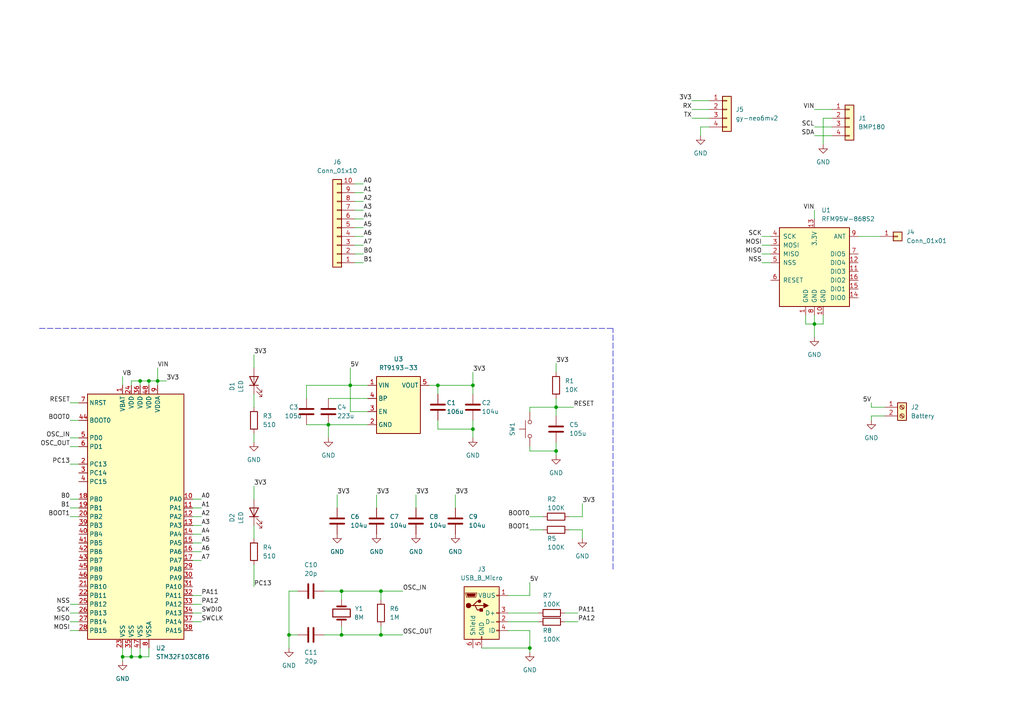
<source format=kicad_sch>
(kicad_sch (version 20211123) (generator eeschema)

  (uuid e63e39d7-6ac0-4ffd-8aa3-1841a4541b55)

  (paper "A4")

  (lib_symbols
    (symbol "Connector:Screw_Terminal_01x02" (pin_names (offset 1.016) hide) (in_bom yes) (on_board yes)
      (property "Reference" "J" (id 0) (at 0 2.54 0)
        (effects (font (size 1.27 1.27)))
      )
      (property "Value" "Screw_Terminal_01x02" (id 1) (at 0 -5.08 0)
        (effects (font (size 1.27 1.27)))
      )
      (property "Footprint" "" (id 2) (at 0 0 0)
        (effects (font (size 1.27 1.27)) hide)
      )
      (property "Datasheet" "~" (id 3) (at 0 0 0)
        (effects (font (size 1.27 1.27)) hide)
      )
      (property "ki_keywords" "screw terminal" (id 4) (at 0 0 0)
        (effects (font (size 1.27 1.27)) hide)
      )
      (property "ki_description" "Generic screw terminal, single row, 01x02, script generated (kicad-library-utils/schlib/autogen/connector/)" (id 5) (at 0 0 0)
        (effects (font (size 1.27 1.27)) hide)
      )
      (property "ki_fp_filters" "TerminalBlock*:*" (id 6) (at 0 0 0)
        (effects (font (size 1.27 1.27)) hide)
      )
      (symbol "Screw_Terminal_01x02_1_1"
        (rectangle (start -1.27 1.27) (end 1.27 -3.81)
          (stroke (width 0.254) (type default) (color 0 0 0 0))
          (fill (type background))
        )
        (circle (center 0 -2.54) (radius 0.635)
          (stroke (width 0.1524) (type default) (color 0 0 0 0))
          (fill (type none))
        )
        (polyline
          (pts
            (xy -0.5334 -2.2098)
            (xy 0.3302 -3.048)
          )
          (stroke (width 0.1524) (type default) (color 0 0 0 0))
          (fill (type none))
        )
        (polyline
          (pts
            (xy -0.5334 0.3302)
            (xy 0.3302 -0.508)
          )
          (stroke (width 0.1524) (type default) (color 0 0 0 0))
          (fill (type none))
        )
        (polyline
          (pts
            (xy -0.3556 -2.032)
            (xy 0.508 -2.8702)
          )
          (stroke (width 0.1524) (type default) (color 0 0 0 0))
          (fill (type none))
        )
        (polyline
          (pts
            (xy -0.3556 0.508)
            (xy 0.508 -0.3302)
          )
          (stroke (width 0.1524) (type default) (color 0 0 0 0))
          (fill (type none))
        )
        (circle (center 0 0) (radius 0.635)
          (stroke (width 0.1524) (type default) (color 0 0 0 0))
          (fill (type none))
        )
        (pin passive line (at -5.08 0 0) (length 3.81)
          (name "Pin_1" (effects (font (size 1.27 1.27))))
          (number "1" (effects (font (size 1.27 1.27))))
        )
        (pin passive line (at -5.08 -2.54 0) (length 3.81)
          (name "Pin_2" (effects (font (size 1.27 1.27))))
          (number "2" (effects (font (size 1.27 1.27))))
        )
      )
    )
    (symbol "Connector:USB_B_Micro" (pin_names (offset 1.016)) (in_bom yes) (on_board yes)
      (property "Reference" "J" (id 0) (at -5.08 11.43 0)
        (effects (font (size 1.27 1.27)) (justify left))
      )
      (property "Value" "USB_B_Micro" (id 1) (at -5.08 8.89 0)
        (effects (font (size 1.27 1.27)) (justify left))
      )
      (property "Footprint" "" (id 2) (at 3.81 -1.27 0)
        (effects (font (size 1.27 1.27)) hide)
      )
      (property "Datasheet" "~" (id 3) (at 3.81 -1.27 0)
        (effects (font (size 1.27 1.27)) hide)
      )
      (property "ki_keywords" "connector USB micro" (id 4) (at 0 0 0)
        (effects (font (size 1.27 1.27)) hide)
      )
      (property "ki_description" "USB Micro Type B connector" (id 5) (at 0 0 0)
        (effects (font (size 1.27 1.27)) hide)
      )
      (property "ki_fp_filters" "USB*" (id 6) (at 0 0 0)
        (effects (font (size 1.27 1.27)) hide)
      )
      (symbol "USB_B_Micro_0_1"
        (rectangle (start -5.08 -7.62) (end 5.08 7.62)
          (stroke (width 0.254) (type default) (color 0 0 0 0))
          (fill (type background))
        )
        (circle (center -3.81 2.159) (radius 0.635)
          (stroke (width 0.254) (type default) (color 0 0 0 0))
          (fill (type outline))
        )
        (circle (center -0.635 3.429) (radius 0.381)
          (stroke (width 0.254) (type default) (color 0 0 0 0))
          (fill (type outline))
        )
        (rectangle (start -0.127 -7.62) (end 0.127 -6.858)
          (stroke (width 0) (type default) (color 0 0 0 0))
          (fill (type none))
        )
        (polyline
          (pts
            (xy -1.905 2.159)
            (xy 0.635 2.159)
          )
          (stroke (width 0.254) (type default) (color 0 0 0 0))
          (fill (type none))
        )
        (polyline
          (pts
            (xy -3.175 2.159)
            (xy -2.54 2.159)
            (xy -1.27 3.429)
            (xy -0.635 3.429)
          )
          (stroke (width 0.254) (type default) (color 0 0 0 0))
          (fill (type none))
        )
        (polyline
          (pts
            (xy -2.54 2.159)
            (xy -1.905 2.159)
            (xy -1.27 0.889)
            (xy 0 0.889)
          )
          (stroke (width 0.254) (type default) (color 0 0 0 0))
          (fill (type none))
        )
        (polyline
          (pts
            (xy 0.635 2.794)
            (xy 0.635 1.524)
            (xy 1.905 2.159)
            (xy 0.635 2.794)
          )
          (stroke (width 0.254) (type default) (color 0 0 0 0))
          (fill (type outline))
        )
        (polyline
          (pts
            (xy -4.318 5.588)
            (xy -1.778 5.588)
            (xy -2.032 4.826)
            (xy -4.064 4.826)
            (xy -4.318 5.588)
          )
          (stroke (width 0) (type default) (color 0 0 0 0))
          (fill (type outline))
        )
        (polyline
          (pts
            (xy -4.699 5.842)
            (xy -4.699 5.588)
            (xy -4.445 4.826)
            (xy -4.445 4.572)
            (xy -1.651 4.572)
            (xy -1.651 4.826)
            (xy -1.397 5.588)
            (xy -1.397 5.842)
            (xy -4.699 5.842)
          )
          (stroke (width 0) (type default) (color 0 0 0 0))
          (fill (type none))
        )
        (rectangle (start 0.254 1.27) (end -0.508 0.508)
          (stroke (width 0.254) (type default) (color 0 0 0 0))
          (fill (type outline))
        )
        (rectangle (start 5.08 -5.207) (end 4.318 -4.953)
          (stroke (width 0) (type default) (color 0 0 0 0))
          (fill (type none))
        )
        (rectangle (start 5.08 -2.667) (end 4.318 -2.413)
          (stroke (width 0) (type default) (color 0 0 0 0))
          (fill (type none))
        )
        (rectangle (start 5.08 -0.127) (end 4.318 0.127)
          (stroke (width 0) (type default) (color 0 0 0 0))
          (fill (type none))
        )
        (rectangle (start 5.08 4.953) (end 4.318 5.207)
          (stroke (width 0) (type default) (color 0 0 0 0))
          (fill (type none))
        )
      )
      (symbol "USB_B_Micro_1_1"
        (pin power_out line (at 7.62 5.08 180) (length 2.54)
          (name "VBUS" (effects (font (size 1.27 1.27))))
          (number "1" (effects (font (size 1.27 1.27))))
        )
        (pin bidirectional line (at 7.62 -2.54 180) (length 2.54)
          (name "D-" (effects (font (size 1.27 1.27))))
          (number "2" (effects (font (size 1.27 1.27))))
        )
        (pin bidirectional line (at 7.62 0 180) (length 2.54)
          (name "D+" (effects (font (size 1.27 1.27))))
          (number "3" (effects (font (size 1.27 1.27))))
        )
        (pin passive line (at 7.62 -5.08 180) (length 2.54)
          (name "ID" (effects (font (size 1.27 1.27))))
          (number "4" (effects (font (size 1.27 1.27))))
        )
        (pin power_out line (at 0 -10.16 90) (length 2.54)
          (name "GND" (effects (font (size 1.27 1.27))))
          (number "5" (effects (font (size 1.27 1.27))))
        )
        (pin passive line (at -2.54 -10.16 90) (length 2.54)
          (name "Shield" (effects (font (size 1.27 1.27))))
          (number "6" (effects (font (size 1.27 1.27))))
        )
      )
    )
    (symbol "Connector_Generic:Conn_01x01" (pin_names (offset 1.016) hide) (in_bom yes) (on_board yes)
      (property "Reference" "J" (id 0) (at 0 2.54 0)
        (effects (font (size 1.27 1.27)))
      )
      (property "Value" "Conn_01x01" (id 1) (at 0 -2.54 0)
        (effects (font (size 1.27 1.27)))
      )
      (property "Footprint" "" (id 2) (at 0 0 0)
        (effects (font (size 1.27 1.27)) hide)
      )
      (property "Datasheet" "~" (id 3) (at 0 0 0)
        (effects (font (size 1.27 1.27)) hide)
      )
      (property "ki_keywords" "connector" (id 4) (at 0 0 0)
        (effects (font (size 1.27 1.27)) hide)
      )
      (property "ki_description" "Generic connector, single row, 01x01, script generated (kicad-library-utils/schlib/autogen/connector/)" (id 5) (at 0 0 0)
        (effects (font (size 1.27 1.27)) hide)
      )
      (property "ki_fp_filters" "Connector*:*_1x??_*" (id 6) (at 0 0 0)
        (effects (font (size 1.27 1.27)) hide)
      )
      (symbol "Conn_01x01_1_1"
        (rectangle (start -1.27 0.127) (end 0 -0.127)
          (stroke (width 0.1524) (type default) (color 0 0 0 0))
          (fill (type none))
        )
        (rectangle (start -1.27 1.27) (end 1.27 -1.27)
          (stroke (width 0.254) (type default) (color 0 0 0 0))
          (fill (type background))
        )
        (pin passive line (at -5.08 0 0) (length 3.81)
          (name "Pin_1" (effects (font (size 1.27 1.27))))
          (number "1" (effects (font (size 1.27 1.27))))
        )
      )
    )
    (symbol "Connector_Generic:Conn_01x04" (pin_names (offset 1.016) hide) (in_bom yes) (on_board yes)
      (property "Reference" "J" (id 0) (at 0 5.08 0)
        (effects (font (size 1.27 1.27)))
      )
      (property "Value" "Conn_01x04" (id 1) (at 0 -7.62 0)
        (effects (font (size 1.27 1.27)))
      )
      (property "Footprint" "" (id 2) (at 0 0 0)
        (effects (font (size 1.27 1.27)) hide)
      )
      (property "Datasheet" "~" (id 3) (at 0 0 0)
        (effects (font (size 1.27 1.27)) hide)
      )
      (property "ki_keywords" "connector" (id 4) (at 0 0 0)
        (effects (font (size 1.27 1.27)) hide)
      )
      (property "ki_description" "Generic connector, single row, 01x04, script generated (kicad-library-utils/schlib/autogen/connector/)" (id 5) (at 0 0 0)
        (effects (font (size 1.27 1.27)) hide)
      )
      (property "ki_fp_filters" "Connector*:*_1x??_*" (id 6) (at 0 0 0)
        (effects (font (size 1.27 1.27)) hide)
      )
      (symbol "Conn_01x04_1_1"
        (rectangle (start -1.27 -4.953) (end 0 -5.207)
          (stroke (width 0.1524) (type default) (color 0 0 0 0))
          (fill (type none))
        )
        (rectangle (start -1.27 -2.413) (end 0 -2.667)
          (stroke (width 0.1524) (type default) (color 0 0 0 0))
          (fill (type none))
        )
        (rectangle (start -1.27 0.127) (end 0 -0.127)
          (stroke (width 0.1524) (type default) (color 0 0 0 0))
          (fill (type none))
        )
        (rectangle (start -1.27 2.667) (end 0 2.413)
          (stroke (width 0.1524) (type default) (color 0 0 0 0))
          (fill (type none))
        )
        (rectangle (start -1.27 3.81) (end 1.27 -6.35)
          (stroke (width 0.254) (type default) (color 0 0 0 0))
          (fill (type background))
        )
        (pin passive line (at -5.08 2.54 0) (length 3.81)
          (name "Pin_1" (effects (font (size 1.27 1.27))))
          (number "1" (effects (font (size 1.27 1.27))))
        )
        (pin passive line (at -5.08 0 0) (length 3.81)
          (name "Pin_2" (effects (font (size 1.27 1.27))))
          (number "2" (effects (font (size 1.27 1.27))))
        )
        (pin passive line (at -5.08 -2.54 0) (length 3.81)
          (name "Pin_3" (effects (font (size 1.27 1.27))))
          (number "3" (effects (font (size 1.27 1.27))))
        )
        (pin passive line (at -5.08 -5.08 0) (length 3.81)
          (name "Pin_4" (effects (font (size 1.27 1.27))))
          (number "4" (effects (font (size 1.27 1.27))))
        )
      )
    )
    (symbol "Connector_Generic:Conn_01x10" (pin_names (offset 1.016) hide) (in_bom yes) (on_board yes)
      (property "Reference" "J" (id 0) (at 0 12.7 0)
        (effects (font (size 1.27 1.27)))
      )
      (property "Value" "Conn_01x10" (id 1) (at 0 -15.24 0)
        (effects (font (size 1.27 1.27)))
      )
      (property "Footprint" "" (id 2) (at 0 0 0)
        (effects (font (size 1.27 1.27)) hide)
      )
      (property "Datasheet" "~" (id 3) (at 0 0 0)
        (effects (font (size 1.27 1.27)) hide)
      )
      (property "ki_keywords" "connector" (id 4) (at 0 0 0)
        (effects (font (size 1.27 1.27)) hide)
      )
      (property "ki_description" "Generic connector, single row, 01x10, script generated (kicad-library-utils/schlib/autogen/connector/)" (id 5) (at 0 0 0)
        (effects (font (size 1.27 1.27)) hide)
      )
      (property "ki_fp_filters" "Connector*:*_1x??_*" (id 6) (at 0 0 0)
        (effects (font (size 1.27 1.27)) hide)
      )
      (symbol "Conn_01x10_1_1"
        (rectangle (start -1.27 -12.573) (end 0 -12.827)
          (stroke (width 0.1524) (type default) (color 0 0 0 0))
          (fill (type none))
        )
        (rectangle (start -1.27 -10.033) (end 0 -10.287)
          (stroke (width 0.1524) (type default) (color 0 0 0 0))
          (fill (type none))
        )
        (rectangle (start -1.27 -7.493) (end 0 -7.747)
          (stroke (width 0.1524) (type default) (color 0 0 0 0))
          (fill (type none))
        )
        (rectangle (start -1.27 -4.953) (end 0 -5.207)
          (stroke (width 0.1524) (type default) (color 0 0 0 0))
          (fill (type none))
        )
        (rectangle (start -1.27 -2.413) (end 0 -2.667)
          (stroke (width 0.1524) (type default) (color 0 0 0 0))
          (fill (type none))
        )
        (rectangle (start -1.27 0.127) (end 0 -0.127)
          (stroke (width 0.1524) (type default) (color 0 0 0 0))
          (fill (type none))
        )
        (rectangle (start -1.27 2.667) (end 0 2.413)
          (stroke (width 0.1524) (type default) (color 0 0 0 0))
          (fill (type none))
        )
        (rectangle (start -1.27 5.207) (end 0 4.953)
          (stroke (width 0.1524) (type default) (color 0 0 0 0))
          (fill (type none))
        )
        (rectangle (start -1.27 7.747) (end 0 7.493)
          (stroke (width 0.1524) (type default) (color 0 0 0 0))
          (fill (type none))
        )
        (rectangle (start -1.27 10.287) (end 0 10.033)
          (stroke (width 0.1524) (type default) (color 0 0 0 0))
          (fill (type none))
        )
        (rectangle (start -1.27 11.43) (end 1.27 -13.97)
          (stroke (width 0.254) (type default) (color 0 0 0 0))
          (fill (type background))
        )
        (pin passive line (at -5.08 10.16 0) (length 3.81)
          (name "Pin_1" (effects (font (size 1.27 1.27))))
          (number "1" (effects (font (size 1.27 1.27))))
        )
        (pin passive line (at -5.08 -12.7 0) (length 3.81)
          (name "Pin_10" (effects (font (size 1.27 1.27))))
          (number "10" (effects (font (size 1.27 1.27))))
        )
        (pin passive line (at -5.08 7.62 0) (length 3.81)
          (name "Pin_2" (effects (font (size 1.27 1.27))))
          (number "2" (effects (font (size 1.27 1.27))))
        )
        (pin passive line (at -5.08 5.08 0) (length 3.81)
          (name "Pin_3" (effects (font (size 1.27 1.27))))
          (number "3" (effects (font (size 1.27 1.27))))
        )
        (pin passive line (at -5.08 2.54 0) (length 3.81)
          (name "Pin_4" (effects (font (size 1.27 1.27))))
          (number "4" (effects (font (size 1.27 1.27))))
        )
        (pin passive line (at -5.08 0 0) (length 3.81)
          (name "Pin_5" (effects (font (size 1.27 1.27))))
          (number "5" (effects (font (size 1.27 1.27))))
        )
        (pin passive line (at -5.08 -2.54 0) (length 3.81)
          (name "Pin_6" (effects (font (size 1.27 1.27))))
          (number "6" (effects (font (size 1.27 1.27))))
        )
        (pin passive line (at -5.08 -5.08 0) (length 3.81)
          (name "Pin_7" (effects (font (size 1.27 1.27))))
          (number "7" (effects (font (size 1.27 1.27))))
        )
        (pin passive line (at -5.08 -7.62 0) (length 3.81)
          (name "Pin_8" (effects (font (size 1.27 1.27))))
          (number "8" (effects (font (size 1.27 1.27))))
        )
        (pin passive line (at -5.08 -10.16 0) (length 3.81)
          (name "Pin_9" (effects (font (size 1.27 1.27))))
          (number "9" (effects (font (size 1.27 1.27))))
        )
      )
    )
    (symbol "Device:C" (pin_numbers hide) (pin_names (offset 0.254)) (in_bom yes) (on_board yes)
      (property "Reference" "C" (id 0) (at 0.635 2.54 0)
        (effects (font (size 1.27 1.27)) (justify left))
      )
      (property "Value" "C" (id 1) (at 0.635 -2.54 0)
        (effects (font (size 1.27 1.27)) (justify left))
      )
      (property "Footprint" "" (id 2) (at 0.9652 -3.81 0)
        (effects (font (size 1.27 1.27)) hide)
      )
      (property "Datasheet" "~" (id 3) (at 0 0 0)
        (effects (font (size 1.27 1.27)) hide)
      )
      (property "ki_keywords" "cap capacitor" (id 4) (at 0 0 0)
        (effects (font (size 1.27 1.27)) hide)
      )
      (property "ki_description" "Unpolarized capacitor" (id 5) (at 0 0 0)
        (effects (font (size 1.27 1.27)) hide)
      )
      (property "ki_fp_filters" "C_*" (id 6) (at 0 0 0)
        (effects (font (size 1.27 1.27)) hide)
      )
      (symbol "C_0_1"
        (polyline
          (pts
            (xy -2.032 -0.762)
            (xy 2.032 -0.762)
          )
          (stroke (width 0.508) (type default) (color 0 0 0 0))
          (fill (type none))
        )
        (polyline
          (pts
            (xy -2.032 0.762)
            (xy 2.032 0.762)
          )
          (stroke (width 0.508) (type default) (color 0 0 0 0))
          (fill (type none))
        )
      )
      (symbol "C_1_1"
        (pin passive line (at 0 3.81 270) (length 2.794)
          (name "~" (effects (font (size 1.27 1.27))))
          (number "1" (effects (font (size 1.27 1.27))))
        )
        (pin passive line (at 0 -3.81 90) (length 2.794)
          (name "~" (effects (font (size 1.27 1.27))))
          (number "2" (effects (font (size 1.27 1.27))))
        )
      )
    )
    (symbol "Device:Crystal" (pin_numbers hide) (pin_names (offset 1.016) hide) (in_bom yes) (on_board yes)
      (property "Reference" "Y" (id 0) (at 0 3.81 0)
        (effects (font (size 1.27 1.27)))
      )
      (property "Value" "Crystal" (id 1) (at 0 -3.81 0)
        (effects (font (size 1.27 1.27)))
      )
      (property "Footprint" "" (id 2) (at 0 0 0)
        (effects (font (size 1.27 1.27)) hide)
      )
      (property "Datasheet" "~" (id 3) (at 0 0 0)
        (effects (font (size 1.27 1.27)) hide)
      )
      (property "ki_keywords" "quartz ceramic resonator oscillator" (id 4) (at 0 0 0)
        (effects (font (size 1.27 1.27)) hide)
      )
      (property "ki_description" "Two pin crystal" (id 5) (at 0 0 0)
        (effects (font (size 1.27 1.27)) hide)
      )
      (property "ki_fp_filters" "Crystal*" (id 6) (at 0 0 0)
        (effects (font (size 1.27 1.27)) hide)
      )
      (symbol "Crystal_0_1"
        (rectangle (start -1.143 2.54) (end 1.143 -2.54)
          (stroke (width 0.3048) (type default) (color 0 0 0 0))
          (fill (type none))
        )
        (polyline
          (pts
            (xy -2.54 0)
            (xy -1.905 0)
          )
          (stroke (width 0) (type default) (color 0 0 0 0))
          (fill (type none))
        )
        (polyline
          (pts
            (xy -1.905 -1.27)
            (xy -1.905 1.27)
          )
          (stroke (width 0.508) (type default) (color 0 0 0 0))
          (fill (type none))
        )
        (polyline
          (pts
            (xy 1.905 -1.27)
            (xy 1.905 1.27)
          )
          (stroke (width 0.508) (type default) (color 0 0 0 0))
          (fill (type none))
        )
        (polyline
          (pts
            (xy 2.54 0)
            (xy 1.905 0)
          )
          (stroke (width 0) (type default) (color 0 0 0 0))
          (fill (type none))
        )
      )
      (symbol "Crystal_1_1"
        (pin passive line (at -3.81 0 0) (length 1.27)
          (name "1" (effects (font (size 1.27 1.27))))
          (number "1" (effects (font (size 1.27 1.27))))
        )
        (pin passive line (at 3.81 0 180) (length 1.27)
          (name "2" (effects (font (size 1.27 1.27))))
          (number "2" (effects (font (size 1.27 1.27))))
        )
      )
    )
    (symbol "Device:LED" (pin_numbers hide) (pin_names (offset 1.016) hide) (in_bom yes) (on_board yes)
      (property "Reference" "D" (id 0) (at 0 2.54 0)
        (effects (font (size 1.27 1.27)))
      )
      (property "Value" "LED" (id 1) (at 0 -2.54 0)
        (effects (font (size 1.27 1.27)))
      )
      (property "Footprint" "" (id 2) (at 0 0 0)
        (effects (font (size 1.27 1.27)) hide)
      )
      (property "Datasheet" "~" (id 3) (at 0 0 0)
        (effects (font (size 1.27 1.27)) hide)
      )
      (property "ki_keywords" "LED diode" (id 4) (at 0 0 0)
        (effects (font (size 1.27 1.27)) hide)
      )
      (property "ki_description" "Light emitting diode" (id 5) (at 0 0 0)
        (effects (font (size 1.27 1.27)) hide)
      )
      (property "ki_fp_filters" "LED* LED_SMD:* LED_THT:*" (id 6) (at 0 0 0)
        (effects (font (size 1.27 1.27)) hide)
      )
      (symbol "LED_0_1"
        (polyline
          (pts
            (xy -1.27 -1.27)
            (xy -1.27 1.27)
          )
          (stroke (width 0.254) (type default) (color 0 0 0 0))
          (fill (type none))
        )
        (polyline
          (pts
            (xy -1.27 0)
            (xy 1.27 0)
          )
          (stroke (width 0) (type default) (color 0 0 0 0))
          (fill (type none))
        )
        (polyline
          (pts
            (xy 1.27 -1.27)
            (xy 1.27 1.27)
            (xy -1.27 0)
            (xy 1.27 -1.27)
          )
          (stroke (width 0.254) (type default) (color 0 0 0 0))
          (fill (type none))
        )
        (polyline
          (pts
            (xy -3.048 -0.762)
            (xy -4.572 -2.286)
            (xy -3.81 -2.286)
            (xy -4.572 -2.286)
            (xy -4.572 -1.524)
          )
          (stroke (width 0) (type default) (color 0 0 0 0))
          (fill (type none))
        )
        (polyline
          (pts
            (xy -1.778 -0.762)
            (xy -3.302 -2.286)
            (xy -2.54 -2.286)
            (xy -3.302 -2.286)
            (xy -3.302 -1.524)
          )
          (stroke (width 0) (type default) (color 0 0 0 0))
          (fill (type none))
        )
      )
      (symbol "LED_1_1"
        (pin passive line (at -3.81 0 0) (length 2.54)
          (name "K" (effects (font (size 1.27 1.27))))
          (number "1" (effects (font (size 1.27 1.27))))
        )
        (pin passive line (at 3.81 0 180) (length 2.54)
          (name "A" (effects (font (size 1.27 1.27))))
          (number "2" (effects (font (size 1.27 1.27))))
        )
      )
    )
    (symbol "Device:R" (pin_numbers hide) (pin_names (offset 0)) (in_bom yes) (on_board yes)
      (property "Reference" "R" (id 0) (at 2.032 0 90)
        (effects (font (size 1.27 1.27)))
      )
      (property "Value" "R" (id 1) (at 0 0 90)
        (effects (font (size 1.27 1.27)))
      )
      (property "Footprint" "" (id 2) (at -1.778 0 90)
        (effects (font (size 1.27 1.27)) hide)
      )
      (property "Datasheet" "~" (id 3) (at 0 0 0)
        (effects (font (size 1.27 1.27)) hide)
      )
      (property "ki_keywords" "R res resistor" (id 4) (at 0 0 0)
        (effects (font (size 1.27 1.27)) hide)
      )
      (property "ki_description" "Resistor" (id 5) (at 0 0 0)
        (effects (font (size 1.27 1.27)) hide)
      )
      (property "ki_fp_filters" "R_*" (id 6) (at 0 0 0)
        (effects (font (size 1.27 1.27)) hide)
      )
      (symbol "R_0_1"
        (rectangle (start -1.016 -2.54) (end 1.016 2.54)
          (stroke (width 0.254) (type default) (color 0 0 0 0))
          (fill (type none))
        )
      )
      (symbol "R_1_1"
        (pin passive line (at 0 3.81 270) (length 1.27)
          (name "~" (effects (font (size 1.27 1.27))))
          (number "1" (effects (font (size 1.27 1.27))))
        )
        (pin passive line (at 0 -3.81 90) (length 1.27)
          (name "~" (effects (font (size 1.27 1.27))))
          (number "2" (effects (font (size 1.27 1.27))))
        )
      )
    )
    (symbol "EESTN5:SW_Push" (pin_numbers hide) (pin_names (offset 1.016) hide) (in_bom yes) (on_board yes)
      (property "Reference" "SW" (id 0) (at 1.27 2.54 0)
        (effects (font (size 1.27 1.27)) (justify left))
      )
      (property "Value" "SW_Push" (id 1) (at 0 -1.524 0)
        (effects (font (size 1.27 1.27)) hide)
      )
      (property "Footprint" "" (id 2) (at 0 5.08 0)
        (effects (font (size 1.27 1.27)))
      )
      (property "Datasheet" "" (id 3) (at 0 5.08 0)
        (effects (font (size 1.27 1.27)))
      )
      (property "ki_keywords" "switch normally-open pushbutton push-button" (id 4) (at 0 0 0)
        (effects (font (size 1.27 1.27)) hide)
      )
      (property "ki_description" "Push button switch, generic, two pins" (id 5) (at 0 0 0)
        (effects (font (size 1.27 1.27)) hide)
      )
      (property "ki_fp_filters" "PUL* SW* SPST*" (id 6) (at 0 0 0)
        (effects (font (size 1.27 1.27)) hide)
      )
      (symbol "SW_Push_0_1"
        (circle (center -2.032 0) (radius 0.508)
          (stroke (width 0) (type default) (color 0 0 0 0))
          (fill (type none))
        )
        (polyline
          (pts
            (xy 0 1.27)
            (xy 0 3.048)
          )
          (stroke (width 0) (type default) (color 0 0 0 0))
          (fill (type none))
        )
        (polyline
          (pts
            (xy 2.54 1.27)
            (xy -2.54 1.27)
          )
          (stroke (width 0) (type default) (color 0 0 0 0))
          (fill (type none))
        )
        (circle (center 2.032 0) (radius 0.508)
          (stroke (width 0) (type default) (color 0 0 0 0))
          (fill (type none))
        )
        (pin passive line (at -5.08 0 0) (length 2.54)
          (name "1" (effects (font (size 1.27 1.27))))
          (number "1" (effects (font (size 1.27 1.27))))
        )
        (pin passive line (at 5.08 0 180) (length 2.54)
          (name "2" (effects (font (size 1.27 1.27))))
          (number "2" (effects (font (size 1.27 1.27))))
        )
      )
    )
    (symbol "MCU_ST_STM32F1:STM32F103C4Tx" (in_bom yes) (on_board yes)
      (property "Reference" "U" (id 0) (at -15.24 36.83 0)
        (effects (font (size 1.27 1.27)) (justify left))
      )
      (property "Value" "STM32F103C4Tx" (id 1) (at 7.62 36.83 0)
        (effects (font (size 1.27 1.27)) (justify left))
      )
      (property "Footprint" "Package_QFP:LQFP-48_7x7mm_P0.5mm" (id 2) (at -15.24 -35.56 0)
        (effects (font (size 1.27 1.27)) (justify right) hide)
      )
      (property "Datasheet" "http://www.st.com/st-web-ui/static/active/en/resource/technical/document/datasheet/CD00210843.pdf" (id 3) (at 0 0 0)
        (effects (font (size 1.27 1.27)) hide)
      )
      (property "ki_keywords" "ARM Cortex-M3 STM32F1 STM32F103" (id 4) (at 0 0 0)
        (effects (font (size 1.27 1.27)) hide)
      )
      (property "ki_description" "ARM Cortex-M3 MCU, 16KB flash, 6KB RAM, 72MHz, 2-3.6V, 37 GPIO, LQFP-48" (id 5) (at 0 0 0)
        (effects (font (size 1.27 1.27)) hide)
      )
      (property "ki_fp_filters" "LQFP*7x7mm*P0.5mm*" (id 6) (at 0 0 0)
        (effects (font (size 1.27 1.27)) hide)
      )
      (symbol "STM32F103C4Tx_0_1"
        (rectangle (start -15.24 -35.56) (end 12.7 35.56)
          (stroke (width 0.254) (type default) (color 0 0 0 0))
          (fill (type background))
        )
      )
      (symbol "STM32F103C4Tx_1_1"
        (pin power_in line (at -5.08 38.1 270) (length 2.54)
          (name "VBAT" (effects (font (size 1.27 1.27))))
          (number "1" (effects (font (size 1.27 1.27))))
        )
        (pin bidirectional line (at 15.24 5.08 180) (length 2.54)
          (name "PA0" (effects (font (size 1.27 1.27))))
          (number "10" (effects (font (size 1.27 1.27))))
        )
        (pin bidirectional line (at 15.24 2.54 180) (length 2.54)
          (name "PA1" (effects (font (size 1.27 1.27))))
          (number "11" (effects (font (size 1.27 1.27))))
        )
        (pin bidirectional line (at 15.24 0 180) (length 2.54)
          (name "PA2" (effects (font (size 1.27 1.27))))
          (number "12" (effects (font (size 1.27 1.27))))
        )
        (pin bidirectional line (at 15.24 -2.54 180) (length 2.54)
          (name "PA3" (effects (font (size 1.27 1.27))))
          (number "13" (effects (font (size 1.27 1.27))))
        )
        (pin bidirectional line (at 15.24 -5.08 180) (length 2.54)
          (name "PA4" (effects (font (size 1.27 1.27))))
          (number "14" (effects (font (size 1.27 1.27))))
        )
        (pin bidirectional line (at 15.24 -7.62 180) (length 2.54)
          (name "PA5" (effects (font (size 1.27 1.27))))
          (number "15" (effects (font (size 1.27 1.27))))
        )
        (pin bidirectional line (at 15.24 -10.16 180) (length 2.54)
          (name "PA6" (effects (font (size 1.27 1.27))))
          (number "16" (effects (font (size 1.27 1.27))))
        )
        (pin bidirectional line (at 15.24 -12.7 180) (length 2.54)
          (name "PA7" (effects (font (size 1.27 1.27))))
          (number "17" (effects (font (size 1.27 1.27))))
        )
        (pin bidirectional line (at -17.78 5.08 0) (length 2.54)
          (name "PB0" (effects (font (size 1.27 1.27))))
          (number "18" (effects (font (size 1.27 1.27))))
        )
        (pin bidirectional line (at -17.78 2.54 0) (length 2.54)
          (name "PB1" (effects (font (size 1.27 1.27))))
          (number "19" (effects (font (size 1.27 1.27))))
        )
        (pin bidirectional line (at -17.78 15.24 0) (length 2.54)
          (name "PC13" (effects (font (size 1.27 1.27))))
          (number "2" (effects (font (size 1.27 1.27))))
        )
        (pin bidirectional line (at -17.78 0 0) (length 2.54)
          (name "PB2" (effects (font (size 1.27 1.27))))
          (number "20" (effects (font (size 1.27 1.27))))
        )
        (pin bidirectional line (at -17.78 -20.32 0) (length 2.54)
          (name "PB10" (effects (font (size 1.27 1.27))))
          (number "21" (effects (font (size 1.27 1.27))))
        )
        (pin bidirectional line (at -17.78 -22.86 0) (length 2.54)
          (name "PB11" (effects (font (size 1.27 1.27))))
          (number "22" (effects (font (size 1.27 1.27))))
        )
        (pin power_in line (at -5.08 -38.1 90) (length 2.54)
          (name "VSS" (effects (font (size 1.27 1.27))))
          (number "23" (effects (font (size 1.27 1.27))))
        )
        (pin power_in line (at -2.54 38.1 270) (length 2.54)
          (name "VDD" (effects (font (size 1.27 1.27))))
          (number "24" (effects (font (size 1.27 1.27))))
        )
        (pin bidirectional line (at -17.78 -25.4 0) (length 2.54)
          (name "PB12" (effects (font (size 1.27 1.27))))
          (number "25" (effects (font (size 1.27 1.27))))
        )
        (pin bidirectional line (at -17.78 -27.94 0) (length 2.54)
          (name "PB13" (effects (font (size 1.27 1.27))))
          (number "26" (effects (font (size 1.27 1.27))))
        )
        (pin bidirectional line (at -17.78 -30.48 0) (length 2.54)
          (name "PB14" (effects (font (size 1.27 1.27))))
          (number "27" (effects (font (size 1.27 1.27))))
        )
        (pin bidirectional line (at -17.78 -33.02 0) (length 2.54)
          (name "PB15" (effects (font (size 1.27 1.27))))
          (number "28" (effects (font (size 1.27 1.27))))
        )
        (pin bidirectional line (at 15.24 -15.24 180) (length 2.54)
          (name "PA8" (effects (font (size 1.27 1.27))))
          (number "29" (effects (font (size 1.27 1.27))))
        )
        (pin bidirectional line (at -17.78 12.7 0) (length 2.54)
          (name "PC14" (effects (font (size 1.27 1.27))))
          (number "3" (effects (font (size 1.27 1.27))))
        )
        (pin bidirectional line (at 15.24 -17.78 180) (length 2.54)
          (name "PA9" (effects (font (size 1.27 1.27))))
          (number "30" (effects (font (size 1.27 1.27))))
        )
        (pin bidirectional line (at 15.24 -20.32 180) (length 2.54)
          (name "PA10" (effects (font (size 1.27 1.27))))
          (number "31" (effects (font (size 1.27 1.27))))
        )
        (pin bidirectional line (at 15.24 -22.86 180) (length 2.54)
          (name "PA11" (effects (font (size 1.27 1.27))))
          (number "32" (effects (font (size 1.27 1.27))))
        )
        (pin bidirectional line (at 15.24 -25.4 180) (length 2.54)
          (name "PA12" (effects (font (size 1.27 1.27))))
          (number "33" (effects (font (size 1.27 1.27))))
        )
        (pin bidirectional line (at 15.24 -27.94 180) (length 2.54)
          (name "PA13" (effects (font (size 1.27 1.27))))
          (number "34" (effects (font (size 1.27 1.27))))
        )
        (pin power_in line (at -2.54 -38.1 90) (length 2.54)
          (name "VSS" (effects (font (size 1.27 1.27))))
          (number "35" (effects (font (size 1.27 1.27))))
        )
        (pin power_in line (at 0 38.1 270) (length 2.54)
          (name "VDD" (effects (font (size 1.27 1.27))))
          (number "36" (effects (font (size 1.27 1.27))))
        )
        (pin bidirectional line (at 15.24 -30.48 180) (length 2.54)
          (name "PA14" (effects (font (size 1.27 1.27))))
          (number "37" (effects (font (size 1.27 1.27))))
        )
        (pin bidirectional line (at 15.24 -33.02 180) (length 2.54)
          (name "PA15" (effects (font (size 1.27 1.27))))
          (number "38" (effects (font (size 1.27 1.27))))
        )
        (pin bidirectional line (at -17.78 -2.54 0) (length 2.54)
          (name "PB3" (effects (font (size 1.27 1.27))))
          (number "39" (effects (font (size 1.27 1.27))))
        )
        (pin bidirectional line (at -17.78 10.16 0) (length 2.54)
          (name "PC15" (effects (font (size 1.27 1.27))))
          (number "4" (effects (font (size 1.27 1.27))))
        )
        (pin bidirectional line (at -17.78 -5.08 0) (length 2.54)
          (name "PB4" (effects (font (size 1.27 1.27))))
          (number "40" (effects (font (size 1.27 1.27))))
        )
        (pin bidirectional line (at -17.78 -7.62 0) (length 2.54)
          (name "PB5" (effects (font (size 1.27 1.27))))
          (number "41" (effects (font (size 1.27 1.27))))
        )
        (pin bidirectional line (at -17.78 -10.16 0) (length 2.54)
          (name "PB6" (effects (font (size 1.27 1.27))))
          (number "42" (effects (font (size 1.27 1.27))))
        )
        (pin bidirectional line (at -17.78 -12.7 0) (length 2.54)
          (name "PB7" (effects (font (size 1.27 1.27))))
          (number "43" (effects (font (size 1.27 1.27))))
        )
        (pin input line (at -17.78 27.94 0) (length 2.54)
          (name "BOOT0" (effects (font (size 1.27 1.27))))
          (number "44" (effects (font (size 1.27 1.27))))
        )
        (pin bidirectional line (at -17.78 -15.24 0) (length 2.54)
          (name "PB8" (effects (font (size 1.27 1.27))))
          (number "45" (effects (font (size 1.27 1.27))))
        )
        (pin bidirectional line (at -17.78 -17.78 0) (length 2.54)
          (name "PB9" (effects (font (size 1.27 1.27))))
          (number "46" (effects (font (size 1.27 1.27))))
        )
        (pin power_in line (at 0 -38.1 90) (length 2.54)
          (name "VSS" (effects (font (size 1.27 1.27))))
          (number "47" (effects (font (size 1.27 1.27))))
        )
        (pin power_in line (at 2.54 38.1 270) (length 2.54)
          (name "VDD" (effects (font (size 1.27 1.27))))
          (number "48" (effects (font (size 1.27 1.27))))
        )
        (pin input line (at -17.78 22.86 0) (length 2.54)
          (name "PD0" (effects (font (size 1.27 1.27))))
          (number "5" (effects (font (size 1.27 1.27))))
        )
        (pin input line (at -17.78 20.32 0) (length 2.54)
          (name "PD1" (effects (font (size 1.27 1.27))))
          (number "6" (effects (font (size 1.27 1.27))))
        )
        (pin input line (at -17.78 33.02 0) (length 2.54)
          (name "NRST" (effects (font (size 1.27 1.27))))
          (number "7" (effects (font (size 1.27 1.27))))
        )
        (pin power_in line (at 2.54 -38.1 90) (length 2.54)
          (name "VSSA" (effects (font (size 1.27 1.27))))
          (number "8" (effects (font (size 1.27 1.27))))
        )
        (pin power_in line (at 5.08 38.1 270) (length 2.54)
          (name "VDDA" (effects (font (size 1.27 1.27))))
          (number "9" (effects (font (size 1.27 1.27))))
        )
      )
    )
    (symbol "Power_Management:RT9742BNGJ5F" (in_bom yes) (on_board yes)
      (property "Reference" "U3" (id 0) (at -1.27 16.51 0)
        (effects (font (size 1.27 1.27)))
      )
      (property "Value" "RT9193-33" (id 1) (at -1.27 13.97 0)
        (effects (font (size 1.27 1.27)))
      )
      (property "Footprint" "Package_TO_SOT_SMD:TSOT-23-5" (id 2) (at 0 -12.7 0)
        (effects (font (size 1.27 1.27)) hide)
      )
      (property "Datasheet" "https://www.richtek.com/assets/product_file/RT9742/DS9742-10.pdf" (id 3) (at 0 -15.24 0)
        (effects (font (size 1.27 1.27)) hide)
      )
      (property "ki_keywords" "Power Switch" (id 4) (at 0 0 0)
        (effects (font (size 1.27 1.27)) hide)
      )
      (property "ki_description" "3A, Active Low EN, TSOT-23-5" (id 5) (at 0 0 0)
        (effects (font (size 1.27 1.27)) hide)
      )
      (property "ki_fp_filters" "TSOT?23*" (id 6) (at 0 0 0)
        (effects (font (size 1.27 1.27)) hide)
      )
      (symbol "RT9742BNGJ5F_0_1"
        (rectangle (start -7.62 11.43) (end 5.08 -5.08)
          (stroke (width 0.254) (type default) (color 0 0 0 0))
          (fill (type background))
        )
      )
      (symbol "RT9742BNGJ5F_1_1"
        (pin power_in line (at -10.16 8.89 0) (length 2.54)
          (name "VIN" (effects (font (size 1.27 1.27))))
          (number "1" (effects (font (size 1.27 1.27))))
        )
        (pin power_in line (at -10.16 -2.54 0) (length 2.54)
          (name "GND" (effects (font (size 1.27 1.27))))
          (number "2" (effects (font (size 1.27 1.27))))
        )
        (pin input line (at -10.16 1.27 0) (length 2.54)
          (name "EN" (effects (font (size 1.27 1.27))))
          (number "3" (effects (font (size 1.27 1.27))))
        )
        (pin open_collector line (at -10.16 5.08 0) (length 2.54)
          (name "BP" (effects (font (size 1.27 1.27))))
          (number "4" (effects (font (size 1.27 1.27))))
        )
        (pin power_out line (at 7.62 8.89 180) (length 2.54)
          (name "VOUT" (effects (font (size 1.27 1.27))))
          (number "5" (effects (font (size 1.27 1.27))))
        )
      )
    )
    (symbol "RF_Module:RFM95W-868S2" (pin_names (offset 1.016)) (in_bom yes) (on_board yes)
      (property "Reference" "U" (id 0) (at -10.414 11.684 0)
        (effects (font (size 1.27 1.27)) (justify left))
      )
      (property "Value" "RFM95W-868S2" (id 1) (at 1.524 11.43 0)
        (effects (font (size 1.27 1.27)) (justify left))
      )
      (property "Footprint" "" (id 2) (at -83.82 41.91 0)
        (effects (font (size 1.27 1.27)) hide)
      )
      (property "Datasheet" "https://www.hoperf.com/data/upload/portal/20181127/5bfcbea20e9ef.pdf" (id 3) (at -83.82 41.91 0)
        (effects (font (size 1.27 1.27)) hide)
      )
      (property "ki_keywords" "Low power long range transceiver module" (id 4) (at 0 0 0)
        (effects (font (size 1.27 1.27)) hide)
      )
      (property "ki_description" "Low power long range transceiver module, SPI and parallel interface, 868 MHz, spreading factor 6 to12, bandwith 7.8 to 500kHz, -111 to -148 dBm, SMD-16, DIP-16" (id 5) (at 0 0 0)
        (effects (font (size 1.27 1.27)) hide)
      )
      (property "ki_fp_filters" "HOPERF*RFM9XW*" (id 6) (at 0 0 0)
        (effects (font (size 1.27 1.27)) hide)
      )
      (symbol "RFM95W-868S2_0_1"
        (rectangle (start -10.16 10.16) (end 10.16 -12.7)
          (stroke (width 0.254) (type default) (color 0 0 0 0))
          (fill (type background))
        )
      )
      (symbol "RFM95W-868S2_1_1"
        (pin power_in line (at -2.54 -15.24 90) (length 2.54)
          (name "GND" (effects (font (size 1.27 1.27))))
          (number "1" (effects (font (size 1.27 1.27))))
        )
        (pin power_in line (at 2.54 -15.24 90) (length 2.54)
          (name "GND" (effects (font (size 1.27 1.27))))
          (number "10" (effects (font (size 1.27 1.27))))
        )
        (pin bidirectional line (at 12.7 -2.54 180) (length 2.54)
          (name "DIO3" (effects (font (size 1.27 1.27))))
          (number "11" (effects (font (size 1.27 1.27))))
        )
        (pin bidirectional line (at 12.7 0 180) (length 2.54)
          (name "DIO4" (effects (font (size 1.27 1.27))))
          (number "12" (effects (font (size 1.27 1.27))))
        )
        (pin power_in line (at 0 12.7 270) (length 2.54)
          (name "3.3V" (effects (font (size 1.27 1.27))))
          (number "13" (effects (font (size 1.27 1.27))))
        )
        (pin bidirectional line (at 12.7 -10.16 180) (length 2.54)
          (name "DIO0" (effects (font (size 1.27 1.27))))
          (number "14" (effects (font (size 1.27 1.27))))
        )
        (pin bidirectional line (at 12.7 -7.62 180) (length 2.54)
          (name "DIO1" (effects (font (size 1.27 1.27))))
          (number "15" (effects (font (size 1.27 1.27))))
        )
        (pin bidirectional line (at 12.7 -5.08 180) (length 2.54)
          (name "DIO2" (effects (font (size 1.27 1.27))))
          (number "16" (effects (font (size 1.27 1.27))))
        )
        (pin output line (at -12.7 2.54 0) (length 2.54)
          (name "MISO" (effects (font (size 1.27 1.27))))
          (number "2" (effects (font (size 1.27 1.27))))
        )
        (pin input line (at -12.7 5.08 0) (length 2.54)
          (name "MOSI" (effects (font (size 1.27 1.27))))
          (number "3" (effects (font (size 1.27 1.27))))
        )
        (pin input line (at -12.7 7.62 0) (length 2.54)
          (name "SCK" (effects (font (size 1.27 1.27))))
          (number "4" (effects (font (size 1.27 1.27))))
        )
        (pin input line (at -12.7 0 0) (length 2.54)
          (name "NSS" (effects (font (size 1.27 1.27))))
          (number "5" (effects (font (size 1.27 1.27))))
        )
        (pin bidirectional line (at -12.7 -5.08 0) (length 2.54)
          (name "RESET" (effects (font (size 1.27 1.27))))
          (number "6" (effects (font (size 1.27 1.27))))
        )
        (pin bidirectional line (at 12.7 2.54 180) (length 2.54)
          (name "DIO5" (effects (font (size 1.27 1.27))))
          (number "7" (effects (font (size 1.27 1.27))))
        )
        (pin power_in line (at 0 -15.24 90) (length 2.54)
          (name "GND" (effects (font (size 1.27 1.27))))
          (number "8" (effects (font (size 1.27 1.27))))
        )
        (pin bidirectional line (at 12.7 7.62 180) (length 2.54)
          (name "ANT" (effects (font (size 1.27 1.27))))
          (number "9" (effects (font (size 1.27 1.27))))
        )
      )
    )
    (symbol "power:GND" (power) (pin_names (offset 0)) (in_bom yes) (on_board yes)
      (property "Reference" "#PWR" (id 0) (at 0 -6.35 0)
        (effects (font (size 1.27 1.27)) hide)
      )
      (property "Value" "GND" (id 1) (at 0 -3.81 0)
        (effects (font (size 1.27 1.27)))
      )
      (property "Footprint" "" (id 2) (at 0 0 0)
        (effects (font (size 1.27 1.27)) hide)
      )
      (property "Datasheet" "" (id 3) (at 0 0 0)
        (effects (font (size 1.27 1.27)) hide)
      )
      (property "ki_keywords" "power-flag" (id 4) (at 0 0 0)
        (effects (font (size 1.27 1.27)) hide)
      )
      (property "ki_description" "Power symbol creates a global label with name \"GND\" , ground" (id 5) (at 0 0 0)
        (effects (font (size 1.27 1.27)) hide)
      )
      (symbol "GND_0_1"
        (polyline
          (pts
            (xy 0 0)
            (xy 0 -1.27)
            (xy 1.27 -1.27)
            (xy 0 -2.54)
            (xy -1.27 -1.27)
            (xy 0 -1.27)
          )
          (stroke (width 0) (type default) (color 0 0 0 0))
          (fill (type none))
        )
      )
      (symbol "GND_1_1"
        (pin power_in line (at 0 0 270) (length 0) hide
          (name "GND" (effects (font (size 1.27 1.27))))
          (number "1" (effects (font (size 1.27 1.27))))
        )
      )
    )
  )

  (junction (at 83.82 184.15) (diameter 0) (color 0 0 0 0)
    (uuid 04933457-0480-4b91-a889-dbe7ec920cd6)
  )
  (junction (at 95.25 123.19) (diameter 0) (color 0 0 0 0)
    (uuid 10a295ef-4249-4a0c-8ad7-5e4c57473332)
  )
  (junction (at 127 111.76) (diameter 0) (color 0 0 0 0)
    (uuid 145ff43c-26cb-4290-b5cf-8bc43d5adbac)
  )
  (junction (at 137.16 124.46) (diameter 0) (color 0 0 0 0)
    (uuid 2b498b92-8fab-4b74-9016-3cde74ece3ef)
  )
  (junction (at 236.22 93.98) (diameter 0) (color 0 0 0 0)
    (uuid 3ea14526-7041-44bd-8234-05f4c9b9bdca)
  )
  (junction (at 99.06 184.15) (diameter 0) (color 0 0 0 0)
    (uuid 48d4b24e-1b3d-4baa-b71e-2119c544f070)
  )
  (junction (at 137.16 111.76) (diameter 0) (color 0 0 0 0)
    (uuid 52a58e85-a529-4adb-8227-a9315a56a24d)
  )
  (junction (at 101.6 111.76) (diameter 0) (color 0 0 0 0)
    (uuid 5b0ca29d-868f-423e-9418-45579c165ca3)
  )
  (junction (at 153.67 187.96) (diameter 0) (color 0 0 0 0)
    (uuid 5db6cba7-ce5d-482f-8e0c-6fffcdddac54)
  )
  (junction (at 161.29 130.81) (diameter 0) (color 0 0 0 0)
    (uuid 6174c25e-8335-43ff-8c48-da73afee4f10)
  )
  (junction (at 110.49 184.15) (diameter 0) (color 0 0 0 0)
    (uuid 65c1250d-c848-4f04-96a6-331285598d9c)
  )
  (junction (at 161.29 118.11) (diameter 0) (color 0 0 0 0)
    (uuid 687e2be8-020b-4c45-bdf2-e2a8d2d4e980)
  )
  (junction (at 35.56 190.5) (diameter 0) (color 0 0 0 0)
    (uuid 6dc5f1d1-ac6c-444f-9c49-4789117b509a)
  )
  (junction (at 38.1 190.5) (diameter 0) (color 0 0 0 0)
    (uuid 861f5415-4112-4a38-a02c-f71e8ccf6457)
  )
  (junction (at 110.49 171.45) (diameter 0) (color 0 0 0 0)
    (uuid 89e45417-2275-457d-8c2b-f864adc28054)
  )
  (junction (at 43.18 110.49) (diameter 0) (color 0 0 0 0)
    (uuid 98432ef6-f5a6-4077-bc38-dbed017f8a92)
  )
  (junction (at 40.64 110.49) (diameter 0) (color 0 0 0 0)
    (uuid 9cb0dced-5acf-44d2-b27d-8115bc33a8ee)
  )
  (junction (at 40.64 190.5) (diameter 0) (color 0 0 0 0)
    (uuid b8ee32de-df51-4b4c-96a9-f4a2ad318198)
  )
  (junction (at 99.06 171.45) (diameter 0) (color 0 0 0 0)
    (uuid c1eb1e2b-918d-4e49-9a3d-5c02832a744d)
  )
  (junction (at 45.72 110.49) (diameter 0) (color 0 0 0 0)
    (uuid f8595414-43e7-4a1b-978c-0c28a9786736)
  )

  (wire (pts (xy 55.88 147.32) (xy 58.42 147.32))
    (stroke (width 0) (type default) (color 0 0 0 0))
    (uuid 0144bf75-590e-49ef-bde5-9e3f6df9d6cd)
  )
  (wire (pts (xy 127 111.76) (xy 127 114.3))
    (stroke (width 0) (type default) (color 0 0 0 0))
    (uuid 027fb64c-c4a6-45c0-8c12-d84150bf960f)
  )
  (wire (pts (xy 20.32 129.54) (xy 22.86 129.54))
    (stroke (width 0) (type default) (color 0 0 0 0))
    (uuid 029f0f1f-b327-447a-9fe8-038ca40e8db4)
  )
  (wire (pts (xy 161.29 118.11) (xy 166.37 118.11))
    (stroke (width 0) (type default) (color 0 0 0 0))
    (uuid 036a5827-373f-4217-9821-f575e0ae75fa)
  )
  (wire (pts (xy 38.1 187.96) (xy 38.1 190.5))
    (stroke (width 0) (type default) (color 0 0 0 0))
    (uuid 04336ab7-7fbd-4749-8262-70820a37ed81)
  )
  (wire (pts (xy 161.29 118.11) (xy 161.29 120.65))
    (stroke (width 0) (type default) (color 0 0 0 0))
    (uuid 075c722a-792c-4b63-aab5-2e381e378985)
  )
  (wire (pts (xy 55.88 175.26) (xy 58.42 175.26))
    (stroke (width 0) (type default) (color 0 0 0 0))
    (uuid 08588380-de57-4ccd-8a8b-3549d707bb38)
  )
  (wire (pts (xy 101.6 119.38) (xy 106.68 119.38))
    (stroke (width 0) (type default) (color 0 0 0 0))
    (uuid 096f6162-7cbe-4e59-91aa-a22dc322d753)
  )
  (wire (pts (xy 40.64 110.49) (xy 43.18 110.49))
    (stroke (width 0) (type default) (color 0 0 0 0))
    (uuid 0ad77db1-327a-43bc-b3b3-fcff303c2f46)
  )
  (wire (pts (xy 238.76 93.98) (xy 236.22 93.98))
    (stroke (width 0) (type default) (color 0 0 0 0))
    (uuid 0f79183c-bdc8-4c84-94f3-6f669f49c029)
  )
  (wire (pts (xy 45.72 110.49) (xy 48.26 110.49))
    (stroke (width 0) (type default) (color 0 0 0 0))
    (uuid 0ff787ee-9c6b-4770-81ea-00c984547b4e)
  )
  (wire (pts (xy 147.32 172.72) (xy 153.67 172.72))
    (stroke (width 0) (type default) (color 0 0 0 0))
    (uuid 126a45c0-b96b-4d68-9f2b-722753f6b995)
  )
  (wire (pts (xy 20.32 177.8) (xy 22.86 177.8))
    (stroke (width 0) (type default) (color 0 0 0 0))
    (uuid 12aeaae8-7c81-454b-b393-b9c40d7f4bba)
  )
  (wire (pts (xy 88.9 115.57) (xy 88.9 111.76))
    (stroke (width 0) (type default) (color 0 0 0 0))
    (uuid 14978e95-bdcc-466e-8f2d-4a78fc3ed28c)
  )
  (wire (pts (xy 55.88 162.56) (xy 58.42 162.56))
    (stroke (width 0) (type default) (color 0 0 0 0))
    (uuid 14a67983-49fc-41a5-a5ce-908108fb3ff2)
  )
  (wire (pts (xy 102.87 53.34) (xy 105.41 53.34))
    (stroke (width 0) (type default) (color 0 0 0 0))
    (uuid 1785fcf6-6f2f-4407-8235-be85fc91edba)
  )
  (wire (pts (xy 147.32 177.8) (xy 156.21 177.8))
    (stroke (width 0) (type default) (color 0 0 0 0))
    (uuid 185a2eba-453d-430c-bc96-ccc7d4f62a9a)
  )
  (wire (pts (xy 40.64 187.96) (xy 40.64 190.5))
    (stroke (width 0) (type default) (color 0 0 0 0))
    (uuid 19861909-b1eb-480f-95da-4945d754a92c)
  )
  (wire (pts (xy 137.16 107.95) (xy 137.16 111.76))
    (stroke (width 0) (type default) (color 0 0 0 0))
    (uuid 1b0cb0f7-7746-43ee-b312-3b095fcbac3b)
  )
  (wire (pts (xy 88.9 123.19) (xy 95.25 123.19))
    (stroke (width 0) (type default) (color 0 0 0 0))
    (uuid 1bd11094-3577-4f3a-9444-89c042baf4be)
  )
  (wire (pts (xy 95.25 115.57) (xy 106.68 115.57))
    (stroke (width 0) (type default) (color 0 0 0 0))
    (uuid 1c3322c3-2e92-439a-aa41-c5c4bf431f82)
  )
  (wire (pts (xy 252.73 118.11) (xy 256.54 118.11))
    (stroke (width 0) (type default) (color 0 0 0 0))
    (uuid 1d93d89b-ac85-47c0-a87e-0002ea90e0b0)
  )
  (wire (pts (xy 236.22 93.98) (xy 236.22 91.44))
    (stroke (width 0) (type default) (color 0 0 0 0))
    (uuid 1e0a8fd2-3ab6-40c7-ba61-92e8d324f7e2)
  )
  (wire (pts (xy 127 124.46) (xy 137.16 124.46))
    (stroke (width 0) (type default) (color 0 0 0 0))
    (uuid 1f02bc67-d27d-4390-87fb-f5bf392227d0)
  )
  (wire (pts (xy 20.32 121.92) (xy 22.86 121.92))
    (stroke (width 0) (type default) (color 0 0 0 0))
    (uuid 21953039-3668-4692-b419-0cdccfe5b8f6)
  )
  (wire (pts (xy 200.66 34.29) (xy 205.74 34.29))
    (stroke (width 0) (type default) (color 0 0 0 0))
    (uuid 2705402a-5784-465c-b2e5-c073cbe1d95b)
  )
  (wire (pts (xy 110.49 181.61) (xy 110.49 184.15))
    (stroke (width 0) (type default) (color 0 0 0 0))
    (uuid 2994af29-16cf-4b68-b701-ff1a48fff85f)
  )
  (wire (pts (xy 163.83 180.34) (xy 167.64 180.34))
    (stroke (width 0) (type default) (color 0 0 0 0))
    (uuid 2c347117-7e6f-486f-afba-bd06f301c6c4)
  )
  (wire (pts (xy 20.32 149.86) (xy 22.86 149.86))
    (stroke (width 0) (type default) (color 0 0 0 0))
    (uuid 2e01b300-07e5-4bd3-95e5-f59194320e64)
  )
  (wire (pts (xy 252.73 121.92) (xy 252.73 120.65))
    (stroke (width 0) (type default) (color 0 0 0 0))
    (uuid 30b229fa-eda1-496a-93fc-d982d40504ca)
  )
  (wire (pts (xy 20.32 134.62) (xy 22.86 134.62))
    (stroke (width 0) (type default) (color 0 0 0 0))
    (uuid 30f1fc82-ac31-4f21-abd8-94899ca15d73)
  )
  (wire (pts (xy 55.88 149.86) (xy 58.42 149.86))
    (stroke (width 0) (type default) (color 0 0 0 0))
    (uuid 3277c317-d68c-40ef-9ff1-491b0ee82bea)
  )
  (wire (pts (xy 168.91 153.67) (xy 168.91 156.21))
    (stroke (width 0) (type default) (color 0 0 0 0))
    (uuid 3384345d-e6d1-471c-a401-9e969c56c355)
  )
  (wire (pts (xy 40.64 111.76) (xy 40.64 110.49))
    (stroke (width 0) (type default) (color 0 0 0 0))
    (uuid 354a0923-1cc3-43d1-ad70-3ce9b098a6dd)
  )
  (wire (pts (xy 252.73 116.84) (xy 252.73 118.11))
    (stroke (width 0) (type default) (color 0 0 0 0))
    (uuid 39249367-9401-4aab-ac7f-68c601733d24)
  )
  (wire (pts (xy 20.32 144.78) (xy 22.86 144.78))
    (stroke (width 0) (type default) (color 0 0 0 0))
    (uuid 399d09b5-49bb-49e0-87a1-4af22602b165)
  )
  (wire (pts (xy 120.65 143.51) (xy 120.65 147.32))
    (stroke (width 0) (type default) (color 0 0 0 0))
    (uuid 39b6a6d0-e8ee-4ec6-8426-2f34c596a459)
  )
  (wire (pts (xy 55.88 154.94) (xy 58.42 154.94))
    (stroke (width 0) (type default) (color 0 0 0 0))
    (uuid 3ba70906-5a41-41a7-b8f9-5c845de608a7)
  )
  (wire (pts (xy 153.67 187.96) (xy 153.67 182.88))
    (stroke (width 0) (type default) (color 0 0 0 0))
    (uuid 3cb720b5-7e76-442d-8149-3b924a83f671)
  )
  (wire (pts (xy 110.49 173.99) (xy 110.49 171.45))
    (stroke (width 0) (type default) (color 0 0 0 0))
    (uuid 3e4f548b-2548-4776-b0ab-d8a29f623cb1)
  )
  (wire (pts (xy 153.67 118.11) (xy 161.29 118.11))
    (stroke (width 0) (type default) (color 0 0 0 0))
    (uuid 3f2f6198-553a-4b61-98d8-1927c1effe61)
  )
  (wire (pts (xy 153.67 189.23) (xy 153.67 187.96))
    (stroke (width 0) (type default) (color 0 0 0 0))
    (uuid 48497aa6-ba84-43cc-8f64-216794d61eac)
  )
  (wire (pts (xy 55.88 172.72) (xy 58.42 172.72))
    (stroke (width 0) (type default) (color 0 0 0 0))
    (uuid 4a0c612c-7e0b-4901-a98e-9bdda707e15c)
  )
  (wire (pts (xy 233.68 91.44) (xy 233.68 93.98))
    (stroke (width 0) (type default) (color 0 0 0 0))
    (uuid 4a714aa4-6a4a-4214-8867-f232277de645)
  )
  (wire (pts (xy 236.22 31.75) (xy 241.3 31.75))
    (stroke (width 0) (type default) (color 0 0 0 0))
    (uuid 4bc1c776-ebf6-43c1-9dca-6a31a0138060)
  )
  (wire (pts (xy 45.72 110.49) (xy 43.18 110.49))
    (stroke (width 0) (type default) (color 0 0 0 0))
    (uuid 4c5f1cb6-4b24-40fd-9d48-70b453f25ba3)
  )
  (wire (pts (xy 127 121.92) (xy 127 124.46))
    (stroke (width 0) (type default) (color 0 0 0 0))
    (uuid 4e024ef5-71a1-4f80-b31e-f8888b8b826a)
  )
  (wire (pts (xy 45.72 106.68) (xy 45.72 110.49))
    (stroke (width 0) (type default) (color 0 0 0 0))
    (uuid 51222127-565d-44c7-8959-4fdc29718258)
  )
  (wire (pts (xy 153.67 129.54) (xy 153.67 130.81))
    (stroke (width 0) (type default) (color 0 0 0 0))
    (uuid 530da4e8-17c0-4be0-b9f1-3414d69c5bb9)
  )
  (wire (pts (xy 163.83 177.8) (xy 167.64 177.8))
    (stroke (width 0) (type default) (color 0 0 0 0))
    (uuid 5435169e-4fc1-432f-b285-d0d25cdbb20e)
  )
  (wire (pts (xy 73.66 114.3) (xy 73.66 118.11))
    (stroke (width 0) (type default) (color 0 0 0 0))
    (uuid 563bb8d9-dbe9-45ce-b322-b91a0cac9b6a)
  )
  (wire (pts (xy 73.66 125.73) (xy 73.66 128.27))
    (stroke (width 0) (type default) (color 0 0 0 0))
    (uuid 56bacda2-dfe7-44d2-950f-7b1ce844dcc6)
  )
  (wire (pts (xy 73.66 152.4) (xy 73.66 156.21))
    (stroke (width 0) (type default) (color 0 0 0 0))
    (uuid 580b1de8-7d38-4a8a-bded-e3026e249f97)
  )
  (wire (pts (xy 238.76 34.29) (xy 238.76 41.91))
    (stroke (width 0) (type default) (color 0 0 0 0))
    (uuid 58b0def8-8b4c-41eb-92a8-1dd766835347)
  )
  (wire (pts (xy 99.06 184.15) (xy 99.06 181.61))
    (stroke (width 0) (type default) (color 0 0 0 0))
    (uuid 5a6b1f08-c087-436c-962a-292b24ad74ef)
  )
  (wire (pts (xy 248.92 68.58) (xy 255.27 68.58))
    (stroke (width 0) (type default) (color 0 0 0 0))
    (uuid 5bba767a-53a5-4715-825f-2262d7625b52)
  )
  (wire (pts (xy 220.98 71.12) (xy 223.52 71.12))
    (stroke (width 0) (type default) (color 0 0 0 0))
    (uuid 5d6ba2ee-55b0-49e9-8e39-e4b205553626)
  )
  (wire (pts (xy 110.49 184.15) (xy 116.84 184.15))
    (stroke (width 0) (type default) (color 0 0 0 0))
    (uuid 60cf1baa-402a-4a50-980d-3c3f0e58fa08)
  )
  (wire (pts (xy 153.67 130.81) (xy 161.29 130.81))
    (stroke (width 0) (type default) (color 0 0 0 0))
    (uuid 6290f3f5-6131-4b57-a326-3b7f72ff083c)
  )
  (wire (pts (xy 102.87 76.2) (xy 105.41 76.2))
    (stroke (width 0) (type default) (color 0 0 0 0))
    (uuid 69b4a9b1-ec58-4011-a26e-83c9a57f15e2)
  )
  (wire (pts (xy 102.87 55.88) (xy 105.41 55.88))
    (stroke (width 0) (type default) (color 0 0 0 0))
    (uuid 6c89c753-dc49-4466-a4fe-1b5b1a2b9ad3)
  )
  (wire (pts (xy 35.56 187.96) (xy 35.56 190.5))
    (stroke (width 0) (type default) (color 0 0 0 0))
    (uuid 6ca5b97e-ce54-42f6-99da-ca64d805a8d6)
  )
  (wire (pts (xy 236.22 93.98) (xy 236.22 97.79))
    (stroke (width 0) (type default) (color 0 0 0 0))
    (uuid 6f15bdd6-c133-4957-aa27-7f0c0bcacbd7)
  )
  (wire (pts (xy 101.6 111.76) (xy 106.68 111.76))
    (stroke (width 0) (type default) (color 0 0 0 0))
    (uuid 765e7765-2d8f-4299-a296-9ebf4c2dea84)
  )
  (wire (pts (xy 101.6 106.68) (xy 101.6 111.76))
    (stroke (width 0) (type default) (color 0 0 0 0))
    (uuid 76acf858-d621-46cd-8a64-b84dbc8f968a)
  )
  (wire (pts (xy 127 111.76) (xy 137.16 111.76))
    (stroke (width 0) (type default) (color 0 0 0 0))
    (uuid 79d80f10-8301-40b3-992d-d76b39defb4c)
  )
  (wire (pts (xy 238.76 91.44) (xy 238.76 93.98))
    (stroke (width 0) (type default) (color 0 0 0 0))
    (uuid 79e0a2a5-954c-4084-96d9-0e4203bd2ffe)
  )
  (wire (pts (xy 102.87 71.12) (xy 105.41 71.12))
    (stroke (width 0) (type default) (color 0 0 0 0))
    (uuid 7a00afa1-9d92-4f86-b42d-67c19278fe6e)
  )
  (wire (pts (xy 83.82 171.45) (xy 86.36 171.45))
    (stroke (width 0) (type default) (color 0 0 0 0))
    (uuid 7a2287b7-f054-45f5-9e53-faebc418d953)
  )
  (wire (pts (xy 161.29 105.41) (xy 161.29 107.95))
    (stroke (width 0) (type default) (color 0 0 0 0))
    (uuid 7bb38239-2bb8-412b-a5fe-66e476f69f13)
  )
  (wire (pts (xy 55.88 180.34) (xy 58.42 180.34))
    (stroke (width 0) (type default) (color 0 0 0 0))
    (uuid 7cad3d98-4ece-4e0f-9aca-a1be4efe99c0)
  )
  (wire (pts (xy 161.29 132.08) (xy 161.29 130.81))
    (stroke (width 0) (type default) (color 0 0 0 0))
    (uuid 7cf75787-0d24-40f0-89bc-e34f133773be)
  )
  (wire (pts (xy 101.6 111.76) (xy 101.6 119.38))
    (stroke (width 0) (type default) (color 0 0 0 0))
    (uuid 7f5ad284-02a3-4fdc-a944-f68f7cb3bd7a)
  )
  (wire (pts (xy 73.66 102.87) (xy 73.66 106.68))
    (stroke (width 0) (type default) (color 0 0 0 0))
    (uuid 815e3daa-5391-45af-bdb8-818f564cd7c1)
  )
  (wire (pts (xy 38.1 190.5) (xy 35.56 190.5))
    (stroke (width 0) (type default) (color 0 0 0 0))
    (uuid 84186df3-bbc1-4aa9-a7bd-63822a4473dd)
  )
  (wire (pts (xy 20.32 175.26) (xy 22.86 175.26))
    (stroke (width 0) (type default) (color 0 0 0 0))
    (uuid 84579fbc-a67f-4fd5-8803-857ffb106323)
  )
  (wire (pts (xy 20.32 127) (xy 22.86 127))
    (stroke (width 0) (type default) (color 0 0 0 0))
    (uuid 886d3ec4-8611-490c-8680-4f53516ff87e)
  )
  (wire (pts (xy 95.25 123.19) (xy 106.68 123.19))
    (stroke (width 0) (type default) (color 0 0 0 0))
    (uuid 8bb82cab-11aa-49a3-9df5-0330b2b8c982)
  )
  (wire (pts (xy 102.87 73.66) (xy 105.41 73.66))
    (stroke (width 0) (type default) (color 0 0 0 0))
    (uuid 8cbf77c6-529a-42d2-8c85-dacfb212e698)
  )
  (wire (pts (xy 102.87 63.5) (xy 105.41 63.5))
    (stroke (width 0) (type default) (color 0 0 0 0))
    (uuid 8fc9ceac-cedb-4336-a3cf-8ef2d3af7a0d)
  )
  (wire (pts (xy 153.67 119.38) (xy 153.67 118.11))
    (stroke (width 0) (type default) (color 0 0 0 0))
    (uuid 8fd2b587-42fd-4499-b7ad-e80f1bbdd2d5)
  )
  (wire (pts (xy 137.16 121.92) (xy 137.16 124.46))
    (stroke (width 0) (type default) (color 0 0 0 0))
    (uuid 9390e4ea-b5fb-4bc7-b64e-801591299a08)
  )
  (wire (pts (xy 102.87 60.96) (xy 105.41 60.96))
    (stroke (width 0) (type default) (color 0 0 0 0))
    (uuid 973ac149-1966-44d5-a86e-9c377b8a4e0b)
  )
  (wire (pts (xy 73.66 140.97) (xy 73.66 144.78))
    (stroke (width 0) (type default) (color 0 0 0 0))
    (uuid 9971d1cb-2a33-442e-8f23-cf3587064717)
  )
  (wire (pts (xy 43.18 190.5) (xy 40.64 190.5))
    (stroke (width 0) (type default) (color 0 0 0 0))
    (uuid 9af6cd6c-8e1e-4380-80b5-1b7191ae5c66)
  )
  (wire (pts (xy 35.56 190.5) (xy 35.56 191.77))
    (stroke (width 0) (type default) (color 0 0 0 0))
    (uuid 9b64b5e3-f311-4771-8b60-456abc99e1aa)
  )
  (wire (pts (xy 110.49 184.15) (xy 99.06 184.15))
    (stroke (width 0) (type default) (color 0 0 0 0))
    (uuid 9e53f1b5-2773-422b-9e26-a6fda55db7ed)
  )
  (wire (pts (xy 110.49 171.45) (xy 116.84 171.45))
    (stroke (width 0) (type default) (color 0 0 0 0))
    (uuid a160c262-55f0-45f7-a977-b8bdbf951d72)
  )
  (wire (pts (xy 168.91 146.05) (xy 168.91 149.86))
    (stroke (width 0) (type default) (color 0 0 0 0))
    (uuid a3bb54be-9886-4767-bc53-f4f8c647f0e8)
  )
  (wire (pts (xy 55.88 160.02) (xy 58.42 160.02))
    (stroke (width 0) (type default) (color 0 0 0 0))
    (uuid a4528549-6f8f-4bbf-9877-222379c52495)
  )
  (wire (pts (xy 40.64 190.5) (xy 38.1 190.5))
    (stroke (width 0) (type default) (color 0 0 0 0))
    (uuid a4cfd1eb-3f1e-4bd0-8466-e760513dd7e1)
  )
  (wire (pts (xy 43.18 187.96) (xy 43.18 190.5))
    (stroke (width 0) (type default) (color 0 0 0 0))
    (uuid a5c99cba-8ce2-48d7-bb41-24d0408c5465)
  )
  (wire (pts (xy 35.56 109.22) (xy 35.56 111.76))
    (stroke (width 0) (type default) (color 0 0 0 0))
    (uuid a86177b9-9b89-44a6-b0fa-0ad092e4cd74)
  )
  (wire (pts (xy 161.29 115.57) (xy 161.29 118.11))
    (stroke (width 0) (type default) (color 0 0 0 0))
    (uuid a8792190-3d3b-474d-a1c2-3b2cc416b1c4)
  )
  (wire (pts (xy 153.67 149.86) (xy 157.48 149.86))
    (stroke (width 0) (type default) (color 0 0 0 0))
    (uuid a9af9cd7-63b5-491d-b0de-aa4f6431da25)
  )
  (wire (pts (xy 102.87 68.58) (xy 105.41 68.58))
    (stroke (width 0) (type default) (color 0 0 0 0))
    (uuid abe8c90b-cc4d-4a9a-b3f9-fef56ef88715)
  )
  (wire (pts (xy 137.16 127) (xy 137.16 124.46))
    (stroke (width 0) (type default) (color 0 0 0 0))
    (uuid ac8cdeeb-aba7-4fb4-a2c6-b593b4857fda)
  )
  (wire (pts (xy 102.87 66.04) (xy 105.41 66.04))
    (stroke (width 0) (type default) (color 0 0 0 0))
    (uuid ade9dcd9-883b-4bb2-bd06-a4622f6b2224)
  )
  (wire (pts (xy 93.98 171.45) (xy 99.06 171.45))
    (stroke (width 0) (type default) (color 0 0 0 0))
    (uuid afa1a8c9-a404-4814-9bad-2000b5365ab3)
  )
  (wire (pts (xy 165.1 149.86) (xy 168.91 149.86))
    (stroke (width 0) (type default) (color 0 0 0 0))
    (uuid b0010f49-18be-4995-bb8c-be95b35ef355)
  )
  (wire (pts (xy 137.16 111.76) (xy 137.16 114.3))
    (stroke (width 0) (type default) (color 0 0 0 0))
    (uuid b079a6e2-fc47-4d9a-8385-810fce51e271)
  )
  (wire (pts (xy 102.87 58.42) (xy 105.41 58.42))
    (stroke (width 0) (type default) (color 0 0 0 0))
    (uuid b0bac9ab-52b0-4f6c-b31f-57408fffd69e)
  )
  (wire (pts (xy 124.46 111.76) (xy 127 111.76))
    (stroke (width 0) (type default) (color 0 0 0 0))
    (uuid b2ea451e-a331-4dc0-8d38-6ae3eddb0010)
  )
  (wire (pts (xy 241.3 34.29) (xy 238.76 34.29))
    (stroke (width 0) (type default) (color 0 0 0 0))
    (uuid b3754f0d-5668-4dd6-bf0f-84219e6a58a1)
  )
  (wire (pts (xy 203.2 36.83) (xy 205.74 36.83))
    (stroke (width 0) (type default) (color 0 0 0 0))
    (uuid b410d468-48c7-41d3-a867-bfa43c935962)
  )
  (wire (pts (xy 55.88 152.4) (xy 58.42 152.4))
    (stroke (width 0) (type default) (color 0 0 0 0))
    (uuid b5f393db-08d6-404b-ad24-b096449bc244)
  )
  (wire (pts (xy 200.66 29.21) (xy 205.74 29.21))
    (stroke (width 0) (type default) (color 0 0 0 0))
    (uuid b635a174-bd90-4beb-a88f-3f43daf364fb)
  )
  (wire (pts (xy 109.22 143.51) (xy 109.22 147.32))
    (stroke (width 0) (type default) (color 0 0 0 0))
    (uuid b70caa57-5de2-44ca-bd17-9fc2b9320871)
  )
  (wire (pts (xy 73.66 163.83) (xy 73.66 170.18))
    (stroke (width 0) (type default) (color 0 0 0 0))
    (uuid b73593fc-3501-44c7-ad1d-0dff310ad624)
  )
  (wire (pts (xy 97.79 143.51) (xy 97.79 147.32))
    (stroke (width 0) (type default) (color 0 0 0 0))
    (uuid b749ff6b-d896-4d99-b3b3-05ddedb2e81f)
  )
  (wire (pts (xy 20.32 182.88) (xy 22.86 182.88))
    (stroke (width 0) (type default) (color 0 0 0 0))
    (uuid b84da8e8-aa10-40c1-bfba-8104a18b4a07)
  )
  (wire (pts (xy 132.08 143.51) (xy 132.08 147.32))
    (stroke (width 0) (type default) (color 0 0 0 0))
    (uuid b89ebaf5-8fea-4ab4-b251-91542512c147)
  )
  (polyline (pts (xy 177.8 165.1) (xy 177.8 95.25))
    (stroke (width 0) (type default) (color 0 0 0 0))
    (uuid ba3c6009-7920-4707-b4b6-a8ca310ffb2f)
  )

  (wire (pts (xy 88.9 111.76) (xy 101.6 111.76))
    (stroke (width 0) (type default) (color 0 0 0 0))
    (uuid bb31a07d-38a2-477f-a179-71f7c37ec131)
  )
  (wire (pts (xy 220.98 73.66) (xy 223.52 73.66))
    (stroke (width 0) (type default) (color 0 0 0 0))
    (uuid bb78af8d-bce8-4506-8bd7-5dc686f69d0e)
  )
  (wire (pts (xy 38.1 110.49) (xy 40.64 110.49))
    (stroke (width 0) (type default) (color 0 0 0 0))
    (uuid bdf2f176-e0c3-449f-9d4b-567dc5fda564)
  )
  (wire (pts (xy 43.18 111.76) (xy 43.18 110.49))
    (stroke (width 0) (type default) (color 0 0 0 0))
    (uuid c3b8104d-6984-4c5a-990d-b3d22283d6f7)
  )
  (wire (pts (xy 93.98 184.15) (xy 99.06 184.15))
    (stroke (width 0) (type default) (color 0 0 0 0))
    (uuid c63772e8-5f04-431a-88dc-b1c763f8ff82)
  )
  (wire (pts (xy 38.1 111.76) (xy 38.1 110.49))
    (stroke (width 0) (type default) (color 0 0 0 0))
    (uuid c79d7901-79e4-4cd4-b5b6-ded8c0840e9e)
  )
  (wire (pts (xy 147.32 182.88) (xy 153.67 182.88))
    (stroke (width 0) (type default) (color 0 0 0 0))
    (uuid c93f38bc-797e-40ff-9143-7684fafc29ad)
  )
  (wire (pts (xy 153.67 168.91) (xy 153.67 172.72))
    (stroke (width 0) (type default) (color 0 0 0 0))
    (uuid c95f1de5-305e-4438-8a33-06019b2ea8d2)
  )
  (wire (pts (xy 95.25 123.19) (xy 95.25 127))
    (stroke (width 0) (type default) (color 0 0 0 0))
    (uuid cda41f7e-bebc-40fe-852b-2d361f56d328)
  )
  (wire (pts (xy 110.49 171.45) (xy 99.06 171.45))
    (stroke (width 0) (type default) (color 0 0 0 0))
    (uuid d0d6a4a2-fd5a-4dd2-bc11-7431b8a5f332)
  )
  (wire (pts (xy 45.72 111.76) (xy 45.72 110.49))
    (stroke (width 0) (type default) (color 0 0 0 0))
    (uuid d0ebf924-90da-43b1-a7de-52cd4344bcc9)
  )
  (wire (pts (xy 20.32 116.84) (xy 22.86 116.84))
    (stroke (width 0) (type default) (color 0 0 0 0))
    (uuid d75cb0eb-8f79-4e07-b022-3e604880a120)
  )
  (wire (pts (xy 83.82 184.15) (xy 86.36 184.15))
    (stroke (width 0) (type default) (color 0 0 0 0))
    (uuid d7a5a12c-e17c-4996-a06b-54c6bb5565f9)
  )
  (wire (pts (xy 55.88 144.78) (xy 58.42 144.78))
    (stroke (width 0) (type default) (color 0 0 0 0))
    (uuid dc7cecfb-fa1b-49b6-a7b2-963757a65172)
  )
  (wire (pts (xy 147.32 180.34) (xy 156.21 180.34))
    (stroke (width 0) (type default) (color 0 0 0 0))
    (uuid dd6e4ea7-231a-45f3-b8de-3c1d714bc199)
  )
  (wire (pts (xy 252.73 120.65) (xy 256.54 120.65))
    (stroke (width 0) (type default) (color 0 0 0 0))
    (uuid de19041e-518b-4ef0-82c7-497dd776619b)
  )
  (wire (pts (xy 20.32 180.34) (xy 22.86 180.34))
    (stroke (width 0) (type default) (color 0 0 0 0))
    (uuid de5cfab3-ddff-481e-b1e2-9928eaeb77c9)
  )
  (wire (pts (xy 236.22 39.37) (xy 241.3 39.37))
    (stroke (width 0) (type default) (color 0 0 0 0))
    (uuid defd7c89-1398-4fd9-9aa8-1f513d05309e)
  )
  (wire (pts (xy 20.32 147.32) (xy 22.86 147.32))
    (stroke (width 0) (type default) (color 0 0 0 0))
    (uuid e0e5ab1e-49d2-4d4a-811e-f731f16f6ec0)
  )
  (wire (pts (xy 83.82 184.15) (xy 83.82 171.45))
    (stroke (width 0) (type default) (color 0 0 0 0))
    (uuid e10cd5c3-ddc7-4355-9a0f-4118c5f60b51)
  )
  (wire (pts (xy 220.98 68.58) (xy 223.52 68.58))
    (stroke (width 0) (type default) (color 0 0 0 0))
    (uuid e25dda0e-4aaa-432d-adab-b84d8bb09c9e)
  )
  (wire (pts (xy 233.68 93.98) (xy 236.22 93.98))
    (stroke (width 0) (type default) (color 0 0 0 0))
    (uuid e3f2099c-bf8c-40e2-986c-882a293d3575)
  )
  (wire (pts (xy 236.22 36.83) (xy 241.3 36.83))
    (stroke (width 0) (type default) (color 0 0 0 0))
    (uuid e9c8c7a4-42e0-45b9-a877-b7241a7fabf7)
  )
  (wire (pts (xy 161.29 128.27) (xy 161.29 130.81))
    (stroke (width 0) (type default) (color 0 0 0 0))
    (uuid eda6b65b-5c84-4596-a005-c30fc93f1fa7)
  )
  (wire (pts (xy 83.82 187.96) (xy 83.82 184.15))
    (stroke (width 0) (type default) (color 0 0 0 0))
    (uuid f0fff619-9f7e-4b12-90fa-2486a036cbb3)
  )
  (wire (pts (xy 55.88 157.48) (xy 58.42 157.48))
    (stroke (width 0) (type default) (color 0 0 0 0))
    (uuid f33fa15f-1918-4aae-b4e6-a8ab43243199)
  )
  (wire (pts (xy 220.98 76.2) (xy 223.52 76.2))
    (stroke (width 0) (type default) (color 0 0 0 0))
    (uuid f40a064e-9b3e-42f4-bb0e-cfc87d3db504)
  )
  (wire (pts (xy 200.66 31.75) (xy 205.74 31.75))
    (stroke (width 0) (type default) (color 0 0 0 0))
    (uuid f66fde58-74f7-4a0e-bb04-3c2cf1b752b0)
  )
  (wire (pts (xy 153.67 153.67) (xy 157.48 153.67))
    (stroke (width 0) (type default) (color 0 0 0 0))
    (uuid f69417d8-2e02-4aea-a450-762a1a5cff0d)
  )
  (wire (pts (xy 165.1 153.67) (xy 168.91 153.67))
    (stroke (width 0) (type default) (color 0 0 0 0))
    (uuid f773b722-8e0a-4be9-a298-75ef3f766f13)
  )
  (wire (pts (xy 139.7 187.96) (xy 153.67 187.96))
    (stroke (width 0) (type default) (color 0 0 0 0))
    (uuid f89116f8-d63e-42db-86c8-5916359c914d)
  )
  (wire (pts (xy 99.06 171.45) (xy 99.06 173.99))
    (stroke (width 0) (type default) (color 0 0 0 0))
    (uuid fd5bc9a7-1395-4c54-8dd0-cee69cfaf189)
  )
  (polyline (pts (xy 11.43 95.25) (xy 177.8 95.25))
    (stroke (width 0) (type default) (color 0 0 0 0))
    (uuid fdbce6cf-3232-4f2a-91d2-44bad1c73471)
  )

  (wire (pts (xy 203.2 39.37) (xy 203.2 36.83))
    (stroke (width 0) (type default) (color 0 0 0 0))
    (uuid feb3a630-17fa-4ce1-b752-df9f2623e0f4)
  )
  (wire (pts (xy 236.22 60.96) (xy 236.22 63.5))
    (stroke (width 0) (type default) (color 0 0 0 0))
    (uuid fefa5430-2959-4d66-8f30-fc1b7c64aaf1)
  )
  (wire (pts (xy 55.88 177.8) (xy 58.42 177.8))
    (stroke (width 0) (type default) (color 0 0 0 0))
    (uuid ff9c940c-94f2-4cb5-bf89-dfe920d0a662)
  )

  (label "PC13" (at 73.66 170.18 0)
    (effects (font (size 1.27 1.27)) (justify left bottom))
    (uuid 075365f3-ab8b-42a0-9c4e-16b116474b27)
  )
  (label "3V3" (at 161.29 105.41 0)
    (effects (font (size 1.27 1.27)) (justify left bottom))
    (uuid 0c06fcd0-8d5e-4e17-ad0d-4a128495899a)
  )
  (label "A0" (at 105.41 53.34 0)
    (effects (font (size 1.27 1.27)) (justify left bottom))
    (uuid 16072a68-f555-48ac-8ff4-feb119891881)
  )
  (label "RESET" (at 166.37 118.11 0)
    (effects (font (size 1.27 1.27)) (justify left bottom))
    (uuid 19d30912-67af-4de8-9c63-a1a408237342)
  )
  (label "MISO" (at 20.32 180.34 180)
    (effects (font (size 1.27 1.27)) (justify right bottom))
    (uuid 2164a9c2-dfc0-469b-b5f8-476c747eb6c3)
  )
  (label "MISO" (at 220.98 73.66 180)
    (effects (font (size 1.27 1.27)) (justify right bottom))
    (uuid 2365cd8a-08d8-4e85-86d7-9fc40f454630)
  )
  (label "SCK" (at 220.98 68.58 180)
    (effects (font (size 1.27 1.27)) (justify right bottom))
    (uuid 2754b448-eea2-4d40-aba3-d227e9503390)
  )
  (label "A2" (at 105.41 58.42 0)
    (effects (font (size 1.27 1.27)) (justify left bottom))
    (uuid 2b842389-05ab-42bc-a831-b024d479a222)
  )
  (label "VIN" (at 45.72 106.68 0)
    (effects (font (size 1.27 1.27)) (justify left bottom))
    (uuid 31dc6565-fc7e-498b-aab4-bf2c9d487631)
  )
  (label "PC13" (at 20.32 134.62 180)
    (effects (font (size 1.27 1.27)) (justify right bottom))
    (uuid 322347dd-8182-4996-ae96-549b05b52a9b)
  )
  (label "BOOT1" (at 153.67 153.67 180)
    (effects (font (size 1.27 1.27)) (justify right bottom))
    (uuid 32d59d14-cb77-4ebd-ad96-c8f4bf31df3c)
  )
  (label "5V" (at 252.73 116.84 180)
    (effects (font (size 1.27 1.27)) (justify right bottom))
    (uuid 3acd908c-8f07-417c-832d-086e43244402)
  )
  (label "A5" (at 58.42 157.48 0)
    (effects (font (size 1.27 1.27)) (justify left bottom))
    (uuid 3f078306-eb8f-4f77-a35b-7253f700d3e4)
  )
  (label "A2" (at 58.42 149.86 0)
    (effects (font (size 1.27 1.27)) (justify left bottom))
    (uuid 3f453ad8-e331-42b0-8439-e92c97c13e5a)
  )
  (label "B0" (at 20.32 144.78 180)
    (effects (font (size 1.27 1.27)) (justify right bottom))
    (uuid 48c55401-45d4-41fd-95e6-1f08bf301d83)
  )
  (label "MOSI" (at 220.98 71.12 180)
    (effects (font (size 1.27 1.27)) (justify right bottom))
    (uuid 4d8c0ffe-c684-40d4-a5cc-0a0a1276d3e3)
  )
  (label "A1" (at 105.41 55.88 0)
    (effects (font (size 1.27 1.27)) (justify left bottom))
    (uuid 55c8db3d-9a86-48bc-8cbe-24685eb3f3c4)
  )
  (label "OSC_IN" (at 116.84 171.45 0)
    (effects (font (size 1.27 1.27)) (justify left bottom))
    (uuid 583e5883-020e-4a60-ba4e-244a4ad8fa64)
  )
  (label "A3" (at 58.42 152.4 0)
    (effects (font (size 1.27 1.27)) (justify left bottom))
    (uuid 5a474e30-fb0e-4b19-9cbb-221392d75de1)
  )
  (label "A0" (at 58.42 144.78 0)
    (effects (font (size 1.27 1.27)) (justify left bottom))
    (uuid 5cf45732-7a28-4d14-8d8f-fc3d0460e008)
  )
  (label "VIN" (at 236.22 60.96 180)
    (effects (font (size 1.27 1.27)) (justify right bottom))
    (uuid 5e1ec516-04ee-4577-a110-3f5cd249dd9a)
  )
  (label "BOOT1" (at 20.32 149.86 180)
    (effects (font (size 1.27 1.27)) (justify right bottom))
    (uuid 618df000-7791-4300-ac95-65f15a1caafb)
  )
  (label "MOSI" (at 20.32 182.88 180)
    (effects (font (size 1.27 1.27)) (justify right bottom))
    (uuid 629169e3-e2c7-485a-a7e7-40ff9edf6a99)
  )
  (label "OSC_OUT" (at 20.32 129.54 180)
    (effects (font (size 1.27 1.27)) (justify right bottom))
    (uuid 63bfd0e4-5ebd-4047-aaeb-fc8363fb5e7a)
  )
  (label "3V3" (at 200.66 29.21 180)
    (effects (font (size 1.27 1.27)) (justify right bottom))
    (uuid 64a25425-2047-45f4-80e6-49ab0bb71173)
  )
  (label "3V3" (at 168.91 146.05 0)
    (effects (font (size 1.27 1.27)) (justify left bottom))
    (uuid 64a50a0e-4917-4960-957b-26b282953009)
  )
  (label "SCK" (at 20.32 177.8 180)
    (effects (font (size 1.27 1.27)) (justify right bottom))
    (uuid 6534e8fe-a3fb-4979-ba1a-b596d8372945)
  )
  (label "A6" (at 105.41 68.58 0)
    (effects (font (size 1.27 1.27)) (justify left bottom))
    (uuid 669a63b7-a468-41ae-99e9-ddffd0e2e578)
  )
  (label "A6" (at 58.42 160.02 0)
    (effects (font (size 1.27 1.27)) (justify left bottom))
    (uuid 69c6456e-c599-4b41-a38f-692094f26f60)
  )
  (label "PA12" (at 58.42 175.26 0)
    (effects (font (size 1.27 1.27)) (justify left bottom))
    (uuid 6c27b58e-3079-44ec-b4a1-8ceb1739faf3)
  )
  (label "3V3" (at 97.79 143.51 0)
    (effects (font (size 1.27 1.27)) (justify left bottom))
    (uuid 6db823cc-ad94-4a9c-8970-25be3d07232a)
  )
  (label "PA11" (at 58.42 172.72 0)
    (effects (font (size 1.27 1.27)) (justify left bottom))
    (uuid 6edb1db5-c896-4242-b6fa-9e97fabdce29)
  )
  (label "3V3" (at 132.08 143.51 0)
    (effects (font (size 1.27 1.27)) (justify left bottom))
    (uuid 788e6ed5-ec2b-46b9-80c5-f4283df7055c)
  )
  (label "TX" (at 200.66 34.29 180)
    (effects (font (size 1.27 1.27)) (justify right bottom))
    (uuid 7d57f2cb-5009-43c4-b487-db8008906be4)
  )
  (label "PA12" (at 167.64 180.34 0)
    (effects (font (size 1.27 1.27)) (justify left bottom))
    (uuid 876c9348-9f7a-4a16-b394-11f1c2342edf)
  )
  (label "VB" (at 35.56 109.22 0)
    (effects (font (size 1.27 1.27)) (justify left bottom))
    (uuid 882e6def-93f9-4c17-9565-4243c0bb2e2a)
  )
  (label "3V3" (at 48.26 110.49 0)
    (effects (font (size 1.27 1.27)) (justify left bottom))
    (uuid 8855cf0c-02cc-4a2c-9f30-8cac8914226a)
  )
  (label "3V3" (at 73.66 140.97 0)
    (effects (font (size 1.27 1.27)) (justify left bottom))
    (uuid 8a069e18-97e7-473f-998e-8ce6b3b53d34)
  )
  (label "OSC_IN" (at 20.32 127 180)
    (effects (font (size 1.27 1.27)) (justify right bottom))
    (uuid 8d86f9fa-e975-43a7-80ca-7b831abd1e6e)
  )
  (label "A3" (at 105.41 60.96 0)
    (effects (font (size 1.27 1.27)) (justify left bottom))
    (uuid 8ec62611-b88b-4283-b90f-c4e8903ae129)
  )
  (label "B0" (at 105.41 73.66 0)
    (effects (font (size 1.27 1.27)) (justify left bottom))
    (uuid 938ffea8-4584-4681-871d-608079b0a3a5)
  )
  (label "NSS" (at 220.98 76.2 180)
    (effects (font (size 1.27 1.27)) (justify right bottom))
    (uuid 95ac39ac-2a0c-4284-a064-67bebedc8368)
  )
  (label "RX" (at 200.66 31.75 180)
    (effects (font (size 1.27 1.27)) (justify right bottom))
    (uuid 97697f16-d405-4d7c-b832-18092423eaad)
  )
  (label "5V" (at 101.6 106.68 0)
    (effects (font (size 1.27 1.27)) (justify left bottom))
    (uuid 988ddcbc-df1a-4ea8-94a7-e97c6dedba04)
  )
  (label "A7" (at 105.41 71.12 0)
    (effects (font (size 1.27 1.27)) (justify left bottom))
    (uuid 98ac51a5-d5c7-407d-adb6-8cf0284a45ac)
  )
  (label "BOOT0" (at 20.32 121.92 180)
    (effects (font (size 1.27 1.27)) (justify right bottom))
    (uuid 9c2ed1ba-b695-4fc9-9467-52eb8fa072a4)
  )
  (label "A4" (at 58.42 154.94 0)
    (effects (font (size 1.27 1.27)) (justify left bottom))
    (uuid a064004c-7c9d-4c6a-a62b-75724768eafa)
  )
  (label "SDA" (at 236.22 39.37 180)
    (effects (font (size 1.27 1.27)) (justify right bottom))
    (uuid a567cfba-eb3d-4e84-9c61-0678aa8b84c0)
  )
  (label "NSS" (at 20.32 175.26 180)
    (effects (font (size 1.27 1.27)) (justify right bottom))
    (uuid a5effb6d-b7f7-4fc7-a627-c3b4034bb7f8)
  )
  (label "A5" (at 105.41 66.04 0)
    (effects (font (size 1.27 1.27)) (justify left bottom))
    (uuid ad078c43-9eac-480d-9c90-838eaf17e319)
  )
  (label "B1" (at 105.41 76.2 0)
    (effects (font (size 1.27 1.27)) (justify left bottom))
    (uuid aedd3b50-30bf-42bc-a8e9-3298072ae91b)
  )
  (label "SWCLK" (at 58.42 180.34 0)
    (effects (font (size 1.27 1.27)) (justify left bottom))
    (uuid bbdf3655-143d-4170-be5a-40b088e20213)
  )
  (label "SWDIO" (at 58.42 177.8 0)
    (effects (font (size 1.27 1.27)) (justify left bottom))
    (uuid bf0027e6-9c3d-4ec7-ae76-1369c9fbb33a)
  )
  (label "BOOT0" (at 153.67 149.86 180)
    (effects (font (size 1.27 1.27)) (justify right bottom))
    (uuid c0d6580e-01d5-4952-9923-42cba1aafca2)
  )
  (label "VIN" (at 236.22 31.75 180)
    (effects (font (size 1.27 1.27)) (justify right bottom))
    (uuid c8b88475-2c6b-4334-817a-16c1696b6bfe)
  )
  (label "B1" (at 20.32 147.32 180)
    (effects (font (size 1.27 1.27)) (justify right bottom))
    (uuid ce8ac9b1-6409-452a-9b41-788d0b9a8d68)
  )
  (label "PA11" (at 167.64 177.8 0)
    (effects (font (size 1.27 1.27)) (justify left bottom))
    (uuid d0b4b897-1b91-4b61-aa80-56922e5d895c)
  )
  (label "OSC_OUT" (at 116.84 184.15 0)
    (effects (font (size 1.27 1.27)) (justify left bottom))
    (uuid e3f8d540-e73e-4bd1-902a-3e935cb95b69)
  )
  (label "3V3" (at 73.66 102.87 0)
    (effects (font (size 1.27 1.27)) (justify left bottom))
    (uuid e48742da-0c06-476c-b04e-8f4b4081f0f1)
  )
  (label "RESET" (at 20.32 116.84 180)
    (effects (font (size 1.27 1.27)) (justify right bottom))
    (uuid ee3d3ecf-ba98-4c43-acb8-d35f52c365c9)
  )
  (label "A7" (at 58.42 162.56 0)
    (effects (font (size 1.27 1.27)) (justify left bottom))
    (uuid ef614b06-e4a2-4bdb-8178-66461018f6e6)
  )
  (label "A1" (at 58.42 147.32 0)
    (effects (font (size 1.27 1.27)) (justify left bottom))
    (uuid ef634953-07b1-4270-8563-b065ada35c33)
  )
  (label "3V3" (at 137.16 107.95 0)
    (effects (font (size 1.27 1.27)) (justify left bottom))
    (uuid f0e85e48-7f8a-4f9e-9578-9b791f8f5376)
  )
  (label "A4" (at 105.41 63.5 0)
    (effects (font (size 1.27 1.27)) (justify left bottom))
    (uuid f16d8b72-1f53-40ce-bc53-3fdd13f277ff)
  )
  (label "SCL" (at 236.22 36.83 180)
    (effects (font (size 1.27 1.27)) (justify right bottom))
    (uuid f3be0f6f-6ae9-466d-a750-0355d331649e)
  )
  (label "5V" (at 153.67 168.91 0)
    (effects (font (size 1.27 1.27)) (justify left bottom))
    (uuid f74345d4-3512-44e4-a476-40c2d1974680)
  )
  (label "3V3" (at 109.22 143.51 0)
    (effects (font (size 1.27 1.27)) (justify left bottom))
    (uuid fa9dc21a-1fc7-47e9-bd90-82baa6a9c286)
  )
  (label "3V3" (at 120.65 143.51 0)
    (effects (font (size 1.27 1.27)) (justify left bottom))
    (uuid fb9238a4-024e-46f2-9a05-3dd4c65643fb)
  )

  (symbol (lib_id "power:GND") (at 252.73 121.92 0) (unit 1)
    (in_bom yes) (on_board yes) (fields_autoplaced)
    (uuid 170a9bd3-3130-42c2-93fc-150da53f691c)
    (property "Reference" "#PWR0115" (id 0) (at 252.73 128.27 0)
      (effects (font (size 1.27 1.27)) hide)
    )
    (property "Value" "GND" (id 1) (at 252.73 127 0))
    (property "Footprint" "" (id 2) (at 252.73 121.92 0)
      (effects (font (size 1.27 1.27)) hide)
    )
    (property "Datasheet" "" (id 3) (at 252.73 121.92 0)
      (effects (font (size 1.27 1.27)) hide)
    )
    (pin "1" (uuid 7efd82dd-defd-4c60-83af-090372d4bf93))
  )

  (symbol (lib_id "power:GND") (at 238.76 41.91 0) (unit 1)
    (in_bom yes) (on_board yes) (fields_autoplaced)
    (uuid 17f59fdc-8d68-463b-9166-9f01ee5a536d)
    (property "Reference" "#PWR0113" (id 0) (at 238.76 48.26 0)
      (effects (font (size 1.27 1.27)) hide)
    )
    (property "Value" "GND" (id 1) (at 238.76 46.99 0))
    (property "Footprint" "" (id 2) (at 238.76 41.91 0)
      (effects (font (size 1.27 1.27)) hide)
    )
    (property "Datasheet" "" (id 3) (at 238.76 41.91 0)
      (effects (font (size 1.27 1.27)) hide)
    )
    (pin "1" (uuid b7c00a11-d842-4187-85d5-204dfdafd6bf))
  )

  (symbol (lib_id "RF_Module:RFM95W-868S2") (at 236.22 76.2 0) (unit 1)
    (in_bom yes) (on_board yes) (fields_autoplaced)
    (uuid 22c59815-9d35-4ac7-962e-eeb16c0fa3b3)
    (property "Reference" "U1" (id 0) (at 238.2394 60.96 0)
      (effects (font (size 1.27 1.27)) (justify left))
    )
    (property "Value" "RFM95W-868S2" (id 1) (at 238.2394 63.5 0)
      (effects (font (size 1.27 1.27)) (justify left))
    )
    (property "Footprint" "RF_Module:HOPERF_RFM9XW_SMD" (id 2) (at 152.4 34.29 0)
      (effects (font (size 1.27 1.27)) hide)
    )
    (property "Datasheet" "https://www.hoperf.com/data/upload/portal/20181127/5bfcbea20e9ef.pdf" (id 3) (at 152.4 34.29 0)
      (effects (font (size 1.27 1.27)) hide)
    )
    (pin "1" (uuid ff0cc134-7c76-46f5-8168-386778db5317))
    (pin "10" (uuid 7a90775c-1fe6-4f36-9f90-6ac91a02dbe1))
    (pin "11" (uuid 46019d8b-1482-4465-95e7-afb5c6302e4c))
    (pin "12" (uuid b6d26486-826b-4a6c-a9ee-7f9568c07c62))
    (pin "13" (uuid 2cad6738-f676-453c-ac40-beae8de1ae5c))
    (pin "14" (uuid 5d6d8d55-7d6d-4b4e-8983-82b07f83ff22))
    (pin "15" (uuid 7b52a0f9-1b31-4394-b486-aab406b9436d))
    (pin "16" (uuid 1e655699-05b4-4cd0-9aad-da2bdc56f348))
    (pin "2" (uuid ff14d0d7-f586-47b8-af56-707d6fdbcef9))
    (pin "3" (uuid 4f4a7542-c5d6-4593-90d8-3a346eae1e46))
    (pin "4" (uuid a6b2d2ea-5f44-4953-80c6-29c6290485aa))
    (pin "5" (uuid bfc508cd-4b05-4aa9-b232-f1206189e950))
    (pin "6" (uuid cee25955-9e13-45c9-9d86-cf56eac2b929))
    (pin "7" (uuid 05c4c139-3f46-4667-ba33-20ff92decf09))
    (pin "8" (uuid 2186453a-2dc3-4eaf-b066-af452af6ee43))
    (pin "9" (uuid 11d03159-5e3e-48f0-af87-085ef31deac5))
  )

  (symbol (lib_id "EESTN5:SW_Push") (at 153.67 124.46 90) (unit 1)
    (in_bom yes) (on_board yes) (fields_autoplaced)
    (uuid 321623a0-ad71-4386-8bf9-b08be95f913b)
    (property "Reference" "SW1" (id 0) (at 148.59 124.46 0))
    (property "Value" "SW_Push" (id 1) (at 155.194 124.46 0)
      (effects (font (size 1.27 1.27)) hide)
    )
    (property "Footprint" "" (id 2) (at 148.59 124.46 0)
      (effects (font (size 1.27 1.27)) hide)
    )
    (property "Datasheet" "" (id 3) (at 148.59 124.46 0))
    (pin "1" (uuid 876c9c94-0957-4f3f-8bf2-4649718cc462))
    (pin "2" (uuid 6f90bb37-68ef-4204-850c-5d24fdc5b53d))
  )

  (symbol (lib_id "Device:R") (at 73.66 121.92 0) (unit 1)
    (in_bom yes) (on_board yes) (fields_autoplaced)
    (uuid 335ddc11-9acb-4763-8a79-ee3a02c30997)
    (property "Reference" "R3" (id 0) (at 76.2 120.6499 0)
      (effects (font (size 1.27 1.27)) (justify left))
    )
    (property "Value" "510" (id 1) (at 76.2 123.1899 0)
      (effects (font (size 1.27 1.27)) (justify left))
    )
    (property "Footprint" "Resistor_SMD:R_0603_1608Metric" (id 2) (at 71.882 121.92 90)
      (effects (font (size 1.27 1.27)) hide)
    )
    (property "Datasheet" "~" (id 3) (at 73.66 121.92 0)
      (effects (font (size 1.27 1.27)) hide)
    )
    (pin "1" (uuid 1e0c06d7-8030-431f-903f-0bb75e65aa9c))
    (pin "2" (uuid b7c95316-af2f-45b1-a381-53ad8be26014))
  )

  (symbol (lib_id "Device:C") (at 120.65 151.13 0) (unit 1)
    (in_bom yes) (on_board yes) (fields_autoplaced)
    (uuid 344b2dd2-6422-488e-ab53-3217a3e04b87)
    (property "Reference" "C8" (id 0) (at 124.46 149.8599 0)
      (effects (font (size 1.27 1.27)) (justify left))
    )
    (property "Value" "104u" (id 1) (at 124.46 152.3999 0)
      (effects (font (size 1.27 1.27)) (justify left))
    )
    (property "Footprint" "Capacitor_SMD:C_0603_1608Metric" (id 2) (at 121.6152 154.94 0)
      (effects (font (size 1.27 1.27)) hide)
    )
    (property "Datasheet" "~" (id 3) (at 120.65 151.13 0)
      (effects (font (size 1.27 1.27)) hide)
    )
    (pin "1" (uuid 2f46ecc9-3c52-456f-8639-15187b2add4b))
    (pin "2" (uuid 870ae16e-0c54-4647-8dec-939074d54c65))
  )

  (symbol (lib_id "power:GND") (at 153.67 189.23 0) (unit 1)
    (in_bom yes) (on_board yes) (fields_autoplaced)
    (uuid 35526841-bf77-4885-8524-0d8a348e5c5e)
    (property "Reference" "#PWR0110" (id 0) (at 153.67 195.58 0)
      (effects (font (size 1.27 1.27)) hide)
    )
    (property "Value" "GND" (id 1) (at 153.67 194.31 0))
    (property "Footprint" "" (id 2) (at 153.67 189.23 0)
      (effects (font (size 1.27 1.27)) hide)
    )
    (property "Datasheet" "" (id 3) (at 153.67 189.23 0)
      (effects (font (size 1.27 1.27)) hide)
    )
    (pin "1" (uuid ca4dc4c0-a1ca-4466-8557-de2759c5ca31))
  )

  (symbol (lib_id "Device:R") (at 161.29 153.67 90) (unit 1)
    (in_bom yes) (on_board yes)
    (uuid 3974357e-4cd7-40de-b49f-75ddee4418af)
    (property "Reference" "R5" (id 0) (at 160.02 156.21 90))
    (property "Value" "100K" (id 1) (at 161.29 158.75 90))
    (property "Footprint" "Resistor_SMD:R_0603_1608Metric" (id 2) (at 161.29 155.448 90)
      (effects (font (size 1.27 1.27)) hide)
    )
    (property "Datasheet" "~" (id 3) (at 161.29 153.67 0)
      (effects (font (size 1.27 1.27)) hide)
    )
    (pin "1" (uuid d1fdf5fe-c862-4a49-81b1-b7b789794982))
    (pin "2" (uuid 8c29521e-ea09-4288-8510-50985da2b728))
  )

  (symbol (lib_id "Connector_Generic:Conn_01x01") (at 260.35 68.58 0) (unit 1)
    (in_bom yes) (on_board yes) (fields_autoplaced)
    (uuid 3e13378a-b17c-423a-a88f-91e2570b5cb9)
    (property "Reference" "J4" (id 0) (at 262.89 67.3099 0)
      (effects (font (size 1.27 1.27)) (justify left))
    )
    (property "Value" "Conn_01x01" (id 1) (at 262.89 69.8499 0)
      (effects (font (size 1.27 1.27)) (justify left))
    )
    (property "Footprint" "" (id 2) (at 260.35 68.58 0)
      (effects (font (size 1.27 1.27)) hide)
    )
    (property "Datasheet" "~" (id 3) (at 260.35 68.58 0)
      (effects (font (size 1.27 1.27)) hide)
    )
    (pin "1" (uuid ccee557c-d689-489e-8ea4-06329ba03173))
  )

  (symbol (lib_id "Device:R") (at 110.49 177.8 0) (unit 1)
    (in_bom yes) (on_board yes) (fields_autoplaced)
    (uuid 4034c51d-558e-4ea8-8bc5-1b5c36a296e4)
    (property "Reference" "R6" (id 0) (at 113.03 176.5299 0)
      (effects (font (size 1.27 1.27)) (justify left))
    )
    (property "Value" "1M" (id 1) (at 113.03 179.0699 0)
      (effects (font (size 1.27 1.27)) (justify left))
    )
    (property "Footprint" "Resistor_SMD:R_0603_1608Metric" (id 2) (at 108.712 177.8 90)
      (effects (font (size 1.27 1.27)) hide)
    )
    (property "Datasheet" "~" (id 3) (at 110.49 177.8 0)
      (effects (font (size 1.27 1.27)) hide)
    )
    (pin "1" (uuid 284f0d67-a31d-44c1-8964-8af511140be8))
    (pin "2" (uuid 19ee66db-f689-47c1-af52-0f387f16e56e))
  )

  (symbol (lib_id "Connector:USB_B_Micro") (at 139.7 177.8 0) (unit 1)
    (in_bom yes) (on_board yes) (fields_autoplaced)
    (uuid 43e4ddc1-e55a-45d4-88a9-1ce9cd41fcb1)
    (property "Reference" "J3" (id 0) (at 139.7 165.1 0))
    (property "Value" "USB_B_Micro" (id 1) (at 139.7 167.64 0))
    (property "Footprint" "Connector_USB:USB_Micro-AB_Molex_47590-0001" (id 2) (at 143.51 179.07 0)
      (effects (font (size 1.27 1.27)) hide)
    )
    (property "Datasheet" "~" (id 3) (at 143.51 179.07 0)
      (effects (font (size 1.27 1.27)) hide)
    )
    (pin "1" (uuid 9ca5058b-1b30-4e43-a809-0c05178ea035))
    (pin "2" (uuid f32da888-4824-419c-ac57-e1d9ebbd898c))
    (pin "3" (uuid ef7de42d-0a3b-4f35-8504-33dee7921f93))
    (pin "4" (uuid beec9721-592a-4b3a-ba09-988dfdf01e80))
    (pin "5" (uuid 9735e36e-bb01-45ec-85f5-e89254b09870))
    (pin "6" (uuid 146b1c85-ec29-4226-bda8-252d918db2b4))
  )

  (symbol (lib_id "power:GND") (at 161.29 132.08 0) (unit 1)
    (in_bom yes) (on_board yes) (fields_autoplaced)
    (uuid 455d6a69-8eac-43e3-9edf-d6e2b7145890)
    (property "Reference" "#PWR0112" (id 0) (at 161.29 138.43 0)
      (effects (font (size 1.27 1.27)) hide)
    )
    (property "Value" "GND" (id 1) (at 161.29 137.16 0))
    (property "Footprint" "" (id 2) (at 161.29 132.08 0)
      (effects (font (size 1.27 1.27)) hide)
    )
    (property "Datasheet" "" (id 3) (at 161.29 132.08 0)
      (effects (font (size 1.27 1.27)) hide)
    )
    (pin "1" (uuid 150b863e-40a1-4b13-8d8a-f4f0001c50ef))
  )

  (symbol (lib_id "Device:LED") (at 73.66 148.59 90) (unit 1)
    (in_bom yes) (on_board yes) (fields_autoplaced)
    (uuid 479f692c-8668-42ba-b63c-f672e0ab84d7)
    (property "Reference" "D2" (id 0) (at 67.31 150.1775 0))
    (property "Value" "LED" (id 1) (at 69.85 150.1775 0))
    (property "Footprint" "LED_SMD:LED_0603_1608Metric" (id 2) (at 73.66 148.59 0)
      (effects (font (size 1.27 1.27)) hide)
    )
    (property "Datasheet" "~" (id 3) (at 73.66 148.59 0)
      (effects (font (size 1.27 1.27)) hide)
    )
    (pin "1" (uuid 8dffe2d9-5963-4eca-885d-60cb12a6065f))
    (pin "2" (uuid f189fa05-8bb3-4fb0-bac0-38b8dd99cec1))
  )

  (symbol (lib_id "power:GND") (at 109.22 154.94 0) (unit 1)
    (in_bom yes) (on_board yes) (fields_autoplaced)
    (uuid 47eb2e16-9fe4-4cc1-af2a-9a6af0734ac2)
    (property "Reference" "#PWR0108" (id 0) (at 109.22 161.29 0)
      (effects (font (size 1.27 1.27)) hide)
    )
    (property "Value" "GND" (id 1) (at 109.22 160.02 0))
    (property "Footprint" "" (id 2) (at 109.22 154.94 0)
      (effects (font (size 1.27 1.27)) hide)
    )
    (property "Datasheet" "" (id 3) (at 109.22 154.94 0)
      (effects (font (size 1.27 1.27)) hide)
    )
    (pin "1" (uuid fdcfee74-9c44-428d-8f8b-8a2bf3266e5b))
  )

  (symbol (lib_id "Device:C") (at 132.08 151.13 0) (unit 1)
    (in_bom yes) (on_board yes) (fields_autoplaced)
    (uuid 4b91e664-68ab-4a36-b271-7aa738835dbc)
    (property "Reference" "C9" (id 0) (at 135.89 149.8599 0)
      (effects (font (size 1.27 1.27)) (justify left))
    )
    (property "Value" "104u" (id 1) (at 135.89 152.3999 0)
      (effects (font (size 1.27 1.27)) (justify left))
    )
    (property "Footprint" "Capacitor_SMD:C_0603_1608Metric" (id 2) (at 133.0452 154.94 0)
      (effects (font (size 1.27 1.27)) hide)
    )
    (property "Datasheet" "~" (id 3) (at 132.08 151.13 0)
      (effects (font (size 1.27 1.27)) hide)
    )
    (pin "1" (uuid fe7f6e35-7d4a-43d8-ae25-5937ac6dd743))
    (pin "2" (uuid 52496e99-3b4c-45f7-aa34-31d571668f5d))
  )

  (symbol (lib_id "Device:C") (at 161.29 124.46 0) (unit 1)
    (in_bom yes) (on_board yes) (fields_autoplaced)
    (uuid 4e1a2903-580b-431f-8faa-bb2843da3e0d)
    (property "Reference" "C5" (id 0) (at 165.1 123.1899 0)
      (effects (font (size 1.27 1.27)) (justify left))
    )
    (property "Value" "105u" (id 1) (at 165.1 125.7299 0)
      (effects (font (size 1.27 1.27)) (justify left))
    )
    (property "Footprint" "Capacitor_SMD:C_0603_1608Metric" (id 2) (at 162.2552 128.27 0)
      (effects (font (size 1.27 1.27)) hide)
    )
    (property "Datasheet" "~" (id 3) (at 161.29 124.46 0)
      (effects (font (size 1.27 1.27)) hide)
    )
    (pin "1" (uuid 1ba7d085-b447-46ae-a1bd-d806e0c3b0fe))
    (pin "2" (uuid 8fdf7d71-e745-4d8f-a8a9-d64c5233afce))
  )

  (symbol (lib_id "Device:C") (at 88.9 119.38 0) (unit 1)
    (in_bom yes) (on_board yes)
    (uuid 595f87b7-7f86-4724-a49b-677bb5d041a7)
    (property "Reference" "C3" (id 0) (at 83.82 118.11 0)
      (effects (font (size 1.27 1.27)) (justify left))
    )
    (property "Value" "105u" (id 1) (at 82.55 120.65 0)
      (effects (font (size 1.27 1.27)) (justify left))
    )
    (property "Footprint" "Capacitor_SMD:C_0603_1608Metric" (id 2) (at 89.8652 123.19 0)
      (effects (font (size 1.27 1.27)) hide)
    )
    (property "Datasheet" "~" (id 3) (at 88.9 119.38 0)
      (effects (font (size 1.27 1.27)) hide)
    )
    (pin "1" (uuid 37b79244-943c-4ffd-bebe-d964ff24f027))
    (pin "2" (uuid 064b62d2-f934-4f96-ad65-f4f1a7e989de))
  )

  (symbol (lib_id "Device:C") (at 109.22 151.13 0) (unit 1)
    (in_bom yes) (on_board yes) (fields_autoplaced)
    (uuid 5b72acc8-eedb-42d6-a8fa-f757bd736464)
    (property "Reference" "C7" (id 0) (at 113.03 149.8599 0)
      (effects (font (size 1.27 1.27)) (justify left))
    )
    (property "Value" "104u" (id 1) (at 113.03 152.3999 0)
      (effects (font (size 1.27 1.27)) (justify left))
    )
    (property "Footprint" "Capacitor_SMD:C_0603_1608Metric" (id 2) (at 110.1852 154.94 0)
      (effects (font (size 1.27 1.27)) hide)
    )
    (property "Datasheet" "~" (id 3) (at 109.22 151.13 0)
      (effects (font (size 1.27 1.27)) hide)
    )
    (pin "1" (uuid 9e4ffb61-0dc1-4c8f-9bd2-362a5cec4b26))
    (pin "2" (uuid 43e39a8a-aebd-461d-9311-978946440638))
  )

  (symbol (lib_id "power:GND") (at 83.82 187.96 0) (unit 1)
    (in_bom yes) (on_board yes) (fields_autoplaced)
    (uuid 5c986c15-3b6c-4d2b-9ea9-8787ccf8f9df)
    (property "Reference" "#PWR0107" (id 0) (at 83.82 194.31 0)
      (effects (font (size 1.27 1.27)) hide)
    )
    (property "Value" "GND" (id 1) (at 83.82 193.04 0))
    (property "Footprint" "" (id 2) (at 83.82 187.96 0)
      (effects (font (size 1.27 1.27)) hide)
    )
    (property "Datasheet" "" (id 3) (at 83.82 187.96 0)
      (effects (font (size 1.27 1.27)) hide)
    )
    (pin "1" (uuid 6af1a87d-5a1b-4ad6-92a8-e54a63d25f71))
  )

  (symbol (lib_id "Device:C") (at 90.17 171.45 90) (unit 1)
    (in_bom yes) (on_board yes) (fields_autoplaced)
    (uuid 5cd7a019-e3f7-4123-93eb-ed283ec498a5)
    (property "Reference" "C10" (id 0) (at 90.17 163.83 90))
    (property "Value" "20p" (id 1) (at 90.17 166.37 90))
    (property "Footprint" "Capacitor_SMD:C_0603_1608Metric" (id 2) (at 93.98 170.4848 0)
      (effects (font (size 1.27 1.27)) hide)
    )
    (property "Datasheet" "~" (id 3) (at 90.17 171.45 0)
      (effects (font (size 1.27 1.27)) hide)
    )
    (pin "1" (uuid 68753ddb-fc9c-4a63-8f20-09968b0d5c9c))
    (pin "2" (uuid a6cc3659-df0d-4141-8ee1-95fbca0a2c03))
  )

  (symbol (lib_id "Device:C") (at 137.16 118.11 0) (unit 1)
    (in_bom yes) (on_board yes)
    (uuid 638a05cd-395f-48f4-9ab2-ca447cb86612)
    (property "Reference" "C2" (id 0) (at 139.7 116.84 0)
      (effects (font (size 1.27 1.27)) (justify left))
    )
    (property "Value" "104u" (id 1) (at 139.7 119.38 0)
      (effects (font (size 1.27 1.27)) (justify left))
    )
    (property "Footprint" "Capacitor_SMD:C_0603_1608Metric" (id 2) (at 138.1252 121.92 0)
      (effects (font (size 1.27 1.27)) hide)
    )
    (property "Datasheet" "~" (id 3) (at 137.16 118.11 0)
      (effects (font (size 1.27 1.27)) hide)
    )
    (pin "1" (uuid 0a280632-9764-40f3-98ad-b919e0161e82))
    (pin "2" (uuid f28bd46d-c34b-486a-9698-b5ca4c67a3ab))
  )

  (symbol (lib_id "Device:R") (at 161.29 111.76 0) (unit 1)
    (in_bom yes) (on_board yes)
    (uuid 67f5da4c-8d3b-405b-b3db-6e0d4ca00269)
    (property "Reference" "R1" (id 0) (at 163.83 110.4899 0)
      (effects (font (size 1.27 1.27)) (justify left))
    )
    (property "Value" "10K" (id 1) (at 163.83 113.0299 0)
      (effects (font (size 1.27 1.27)) (justify left))
    )
    (property "Footprint" "Resistor_SMD:R_0603_1608Metric" (id 2) (at 159.512 111.76 90)
      (effects (font (size 1.27 1.27)) hide)
    )
    (property "Datasheet" "~" (id 3) (at 161.29 111.76 0)
      (effects (font (size 1.27 1.27)) hide)
    )
    (pin "1" (uuid a01a9f3b-d4af-40aa-8ac7-16550348aadd))
    (pin "2" (uuid 994b8f4c-d26f-4fc5-a6a8-3d87506d277c))
  )

  (symbol (lib_id "Connector_Generic:Conn_01x04") (at 246.38 34.29 0) (unit 1)
    (in_bom yes) (on_board yes) (fields_autoplaced)
    (uuid 6821e406-9c56-4b9d-9be2-2662789855a8)
    (property "Reference" "J1" (id 0) (at 248.92 34.2899 0)
      (effects (font (size 1.27 1.27)) (justify left))
    )
    (property "Value" "BMP180" (id 1) (at 248.92 36.8299 0)
      (effects (font (size 1.27 1.27)) (justify left))
    )
    (property "Footprint" "Connector_PinHeader_2.54mm:PinHeader_1x04_P2.54mm_Horizontal" (id 2) (at 246.38 34.29 0)
      (effects (font (size 1.27 1.27)) hide)
    )
    (property "Datasheet" "~" (id 3) (at 246.38 34.29 0)
      (effects (font (size 1.27 1.27)) hide)
    )
    (pin "1" (uuid 74418ed4-96f5-48b2-bd7b-98bcc51c612e))
    (pin "2" (uuid 976c9ba6-a413-4b99-894e-8441516220e8))
    (pin "3" (uuid 759b1a55-294e-410b-9a7a-1887fe40748d))
    (pin "4" (uuid f0cc9c45-beb1-4928-968d-9d5a89888ff2))
  )

  (symbol (lib_id "power:GND") (at 95.25 127 0) (unit 1)
    (in_bom yes) (on_board yes) (fields_autoplaced)
    (uuid 69a607ce-0a20-49be-915f-be434a085ea0)
    (property "Reference" "#PWR0103" (id 0) (at 95.25 133.35 0)
      (effects (font (size 1.27 1.27)) hide)
    )
    (property "Value" "GND" (id 1) (at 95.25 132.08 0))
    (property "Footprint" "" (id 2) (at 95.25 127 0)
      (effects (font (size 1.27 1.27)) hide)
    )
    (property "Datasheet" "" (id 3) (at 95.25 127 0)
      (effects (font (size 1.27 1.27)) hide)
    )
    (pin "1" (uuid 75c2b373-afcb-4dc7-b409-27b8af4d2c4d))
  )

  (symbol (lib_id "power:GND") (at 97.79 154.94 0) (unit 1)
    (in_bom yes) (on_board yes) (fields_autoplaced)
    (uuid 6e9c3039-d21e-4c4c-b4ef-127ba866f606)
    (property "Reference" "#PWR0106" (id 0) (at 97.79 161.29 0)
      (effects (font (size 1.27 1.27)) hide)
    )
    (property "Value" "GND" (id 1) (at 97.79 160.02 0))
    (property "Footprint" "" (id 2) (at 97.79 154.94 0)
      (effects (font (size 1.27 1.27)) hide)
    )
    (property "Datasheet" "" (id 3) (at 97.79 154.94 0)
      (effects (font (size 1.27 1.27)) hide)
    )
    (pin "1" (uuid 47affebc-436b-48f5-8296-41a4de74507a))
  )

  (symbol (lib_id "power:GND") (at 73.66 128.27 0) (unit 1)
    (in_bom yes) (on_board yes) (fields_autoplaced)
    (uuid 6eb4379d-7cd6-4a50-a026-9fa96e3c6acc)
    (property "Reference" "#PWR0101" (id 0) (at 73.66 134.62 0)
      (effects (font (size 1.27 1.27)) hide)
    )
    (property "Value" "GND" (id 1) (at 73.66 133.35 0))
    (property "Footprint" "" (id 2) (at 73.66 128.27 0)
      (effects (font (size 1.27 1.27)) hide)
    )
    (property "Datasheet" "" (id 3) (at 73.66 128.27 0)
      (effects (font (size 1.27 1.27)) hide)
    )
    (pin "1" (uuid 8d18ad9d-96c3-41ab-882b-0f08ff3baeb3))
  )

  (symbol (lib_id "Device:R") (at 73.66 160.02 0) (unit 1)
    (in_bom yes) (on_board yes) (fields_autoplaced)
    (uuid 98445eea-9fbb-4609-8754-139b862e1451)
    (property "Reference" "R4" (id 0) (at 76.2 158.7499 0)
      (effects (font (size 1.27 1.27)) (justify left))
    )
    (property "Value" "510" (id 1) (at 76.2 161.2899 0)
      (effects (font (size 1.27 1.27)) (justify left))
    )
    (property "Footprint" "Resistor_SMD:R_0603_1608Metric" (id 2) (at 71.882 160.02 90)
      (effects (font (size 1.27 1.27)) hide)
    )
    (property "Datasheet" "~" (id 3) (at 73.66 160.02 0)
      (effects (font (size 1.27 1.27)) hide)
    )
    (pin "1" (uuid bf4feb7a-be29-44dd-a6f7-219a11cd3435))
    (pin "2" (uuid c0d14af5-f321-43dd-a867-4423150eefc3))
  )

  (symbol (lib_id "Power_Management:RT9742BNGJ5F") (at 116.84 120.65 0) (unit 1)
    (in_bom yes) (on_board yes) (fields_autoplaced)
    (uuid 9cc5373d-4894-4263-9581-1dca5f7b2189)
    (property "Reference" "U3" (id 0) (at 115.57 104.14 0))
    (property "Value" "RT9193-33" (id 1) (at 115.57 106.68 0))
    (property "Footprint" "Package_TO_SOT_SMD:TSOT-23-5" (id 2) (at 116.84 133.35 0)
      (effects (font (size 1.27 1.27)) hide)
    )
    (property "Datasheet" "https://www.richtek.com/assets/product_file/RT9742/DS9742-10.pdf" (id 3) (at 116.84 135.89 0)
      (effects (font (size 1.27 1.27)) hide)
    )
    (pin "1" (uuid 03312988-54f1-4396-b668-b499b9254ef6))
    (pin "2" (uuid 7e9187b0-8739-42ae-880a-2f8ef6c750c8))
    (pin "3" (uuid b25f1543-782a-41c8-ba5f-521ee1dcf8b1))
    (pin "4" (uuid 9609e6ca-be3b-48d1-9f3a-bb56daddc670))
    (pin "5" (uuid d38a0701-3b99-4109-b51c-e78e906a52ec))
  )

  (symbol (lib_id "Device:C") (at 97.79 151.13 0) (unit 1)
    (in_bom yes) (on_board yes) (fields_autoplaced)
    (uuid a88a98d9-3ddc-4b1b-bcf9-4883c0fd15d6)
    (property "Reference" "C6" (id 0) (at 101.6 149.8599 0)
      (effects (font (size 1.27 1.27)) (justify left))
    )
    (property "Value" "104u" (id 1) (at 101.6 152.3999 0)
      (effects (font (size 1.27 1.27)) (justify left))
    )
    (property "Footprint" "Capacitor_SMD:C_0603_1608Metric" (id 2) (at 98.7552 154.94 0)
      (effects (font (size 1.27 1.27)) hide)
    )
    (property "Datasheet" "~" (id 3) (at 97.79 151.13 0)
      (effects (font (size 1.27 1.27)) hide)
    )
    (pin "1" (uuid 76d9039e-90fb-4e13-8a3b-92275ba16444))
    (pin "2" (uuid c2435f1d-a6b9-4566-b729-52f69c02df87))
  )

  (symbol (lib_id "power:GND") (at 137.16 127 0) (unit 1)
    (in_bom yes) (on_board yes) (fields_autoplaced)
    (uuid a89cf2af-0a99-4210-b087-0673c7cbd92d)
    (property "Reference" "#PWR0105" (id 0) (at 137.16 133.35 0)
      (effects (font (size 1.27 1.27)) hide)
    )
    (property "Value" "GND" (id 1) (at 137.16 132.08 0))
    (property "Footprint" "" (id 2) (at 137.16 127 0)
      (effects (font (size 1.27 1.27)) hide)
    )
    (property "Datasheet" "" (id 3) (at 137.16 127 0)
      (effects (font (size 1.27 1.27)) hide)
    )
    (pin "1" (uuid fc096a25-a2a8-41c4-a5af-f6336ee9032a))
  )

  (symbol (lib_id "power:GND") (at 203.2 39.37 0) (unit 1)
    (in_bom yes) (on_board yes) (fields_autoplaced)
    (uuid ab1d2f90-1efe-4f72-b399-a985df10c746)
    (property "Reference" "#PWR0116" (id 0) (at 203.2 45.72 0)
      (effects (font (size 1.27 1.27)) hide)
    )
    (property "Value" "GND" (id 1) (at 203.2 44.45 0))
    (property "Footprint" "" (id 2) (at 203.2 39.37 0)
      (effects (font (size 1.27 1.27)) hide)
    )
    (property "Datasheet" "" (id 3) (at 203.2 39.37 0)
      (effects (font (size 1.27 1.27)) hide)
    )
    (pin "1" (uuid 6234e39c-0319-4bbd-9396-740ea5dc6af4))
  )

  (symbol (lib_id "Device:Crystal") (at 99.06 177.8 270) (unit 1)
    (in_bom yes) (on_board yes)
    (uuid acc6c3db-7db6-4700-8e8f-e197aa096387)
    (property "Reference" "Y1" (id 0) (at 104.14 176.53 90))
    (property "Value" "8M" (id 1) (at 104.14 179.07 90))
    (property "Footprint" "Crystal:Crystal_HC18-U_Vertical" (id 2) (at 99.06 177.8 0)
      (effects (font (size 1.27 1.27)) hide)
    )
    (property "Datasheet" "~" (id 3) (at 99.06 177.8 0)
      (effects (font (size 1.27 1.27)) hide)
    )
    (pin "1" (uuid 52c02141-7133-4507-90e6-62e9bac29386))
    (pin "2" (uuid 70c365f9-8ace-42d5-9a75-c36a194fc79f))
  )

  (symbol (lib_id "Device:R") (at 160.02 180.34 90) (unit 1)
    (in_bom yes) (on_board yes)
    (uuid b4b987b0-4b07-42ee-bd1e-b5e824a54817)
    (property "Reference" "R8" (id 0) (at 158.75 182.88 90))
    (property "Value" "100K" (id 1) (at 160.02 185.42 90))
    (property "Footprint" "Resistor_SMD:R_0603_1608Metric" (id 2) (at 160.02 182.118 90)
      (effects (font (size 1.27 1.27)) hide)
    )
    (property "Datasheet" "~" (id 3) (at 160.02 180.34 0)
      (effects (font (size 1.27 1.27)) hide)
    )
    (pin "1" (uuid 8b87a0e2-0d4e-4917-8cb8-8611032f3b61))
    (pin "2" (uuid 8ebbbc9c-ee48-4bd9-bfff-495d5d1e9f0a))
  )

  (symbol (lib_id "Device:C") (at 95.25 119.38 0) (unit 1)
    (in_bom yes) (on_board yes)
    (uuid b8ed2e96-309f-4953-a5ee-85fbceb69779)
    (property "Reference" "C4" (id 0) (at 97.79 118.11 0)
      (effects (font (size 1.27 1.27)) (justify left))
    )
    (property "Value" "223u" (id 1) (at 97.79 120.65 0)
      (effects (font (size 1.27 1.27)) (justify left))
    )
    (property "Footprint" "Capacitor_SMD:C_0603_1608Metric" (id 2) (at 96.2152 123.19 0)
      (effects (font (size 1.27 1.27)) hide)
    )
    (property "Datasheet" "~" (id 3) (at 95.25 119.38 0)
      (effects (font (size 1.27 1.27)) hide)
    )
    (pin "1" (uuid 6ccf1b8b-87b9-41af-90b4-4d09573a7487))
    (pin "2" (uuid c9d6ca09-5950-49cf-a6a1-654eb56728b2))
  )

  (symbol (lib_id "Device:C") (at 90.17 184.15 90) (unit 1)
    (in_bom yes) (on_board yes)
    (uuid b9a4ff62-17ea-42dd-b778-f13ef6dc8302)
    (property "Reference" "C11" (id 0) (at 90.17 189.23 90))
    (property "Value" "20p" (id 1) (at 90.17 191.77 90))
    (property "Footprint" "Capacitor_SMD:C_0603_1608Metric" (id 2) (at 93.98 183.1848 0)
      (effects (font (size 1.27 1.27)) hide)
    )
    (property "Datasheet" "~" (id 3) (at 90.17 184.15 0)
      (effects (font (size 1.27 1.27)) hide)
    )
    (pin "1" (uuid 1176ab25-f5c9-403f-8c37-d639766147ae))
    (pin "2" (uuid 804e1d3a-4c88-47c4-a988-57a6c76363a4))
  )

  (symbol (lib_id "power:GND") (at 168.91 156.21 0) (unit 1)
    (in_bom yes) (on_board yes) (fields_autoplaced)
    (uuid bcace391-7a01-4231-9cb7-8ff1b287eb5e)
    (property "Reference" "#PWR0111" (id 0) (at 168.91 162.56 0)
      (effects (font (size 1.27 1.27)) hide)
    )
    (property "Value" "GND" (id 1) (at 168.91 161.29 0))
    (property "Footprint" "" (id 2) (at 168.91 156.21 0)
      (effects (font (size 1.27 1.27)) hide)
    )
    (property "Datasheet" "" (id 3) (at 168.91 156.21 0)
      (effects (font (size 1.27 1.27)) hide)
    )
    (pin "1" (uuid a197c234-6813-4f9d-8549-c302a53784d8))
  )

  (symbol (lib_id "Device:LED") (at 73.66 110.49 90) (unit 1)
    (in_bom yes) (on_board yes) (fields_autoplaced)
    (uuid bda80550-3fc7-4e3e-a060-72c58fbfc4e0)
    (property "Reference" "D1" (id 0) (at 67.31 112.0775 0))
    (property "Value" "LED" (id 1) (at 69.85 112.0775 0))
    (property "Footprint" "LED_SMD:LED_0603_1608Metric" (id 2) (at 73.66 110.49 0)
      (effects (font (size 1.27 1.27)) hide)
    )
    (property "Datasheet" "~" (id 3) (at 73.66 110.49 0)
      (effects (font (size 1.27 1.27)) hide)
    )
    (pin "1" (uuid 4eb23b78-d101-47f0-a982-2863642f3b9f))
    (pin "2" (uuid bae09d75-c278-47b3-a281-8bf741a73bda))
  )

  (symbol (lib_id "power:GND") (at 120.65 154.94 0) (unit 1)
    (in_bom yes) (on_board yes) (fields_autoplaced)
    (uuid c03e613b-5cc9-47cb-97b7-810a5ff80fb0)
    (property "Reference" "#PWR0109" (id 0) (at 120.65 161.29 0)
      (effects (font (size 1.27 1.27)) hide)
    )
    (property "Value" "GND" (id 1) (at 120.65 160.02 0))
    (property "Footprint" "" (id 2) (at 120.65 154.94 0)
      (effects (font (size 1.27 1.27)) hide)
    )
    (property "Datasheet" "" (id 3) (at 120.65 154.94 0)
      (effects (font (size 1.27 1.27)) hide)
    )
    (pin "1" (uuid 648038d9-3e24-4633-b125-54b3ef874fd5))
  )

  (symbol (lib_id "power:GND") (at 236.22 97.79 0) (unit 1)
    (in_bom yes) (on_board yes) (fields_autoplaced)
    (uuid cf5e64aa-0d62-4047-a176-657437a7d985)
    (property "Reference" "#PWR0114" (id 0) (at 236.22 104.14 0)
      (effects (font (size 1.27 1.27)) hide)
    )
    (property "Value" "GND" (id 1) (at 236.22 102.87 0))
    (property "Footprint" "" (id 2) (at 236.22 97.79 0)
      (effects (font (size 1.27 1.27)) hide)
    )
    (property "Datasheet" "" (id 3) (at 236.22 97.79 0)
      (effects (font (size 1.27 1.27)) hide)
    )
    (pin "1" (uuid 7c87c021-9e49-4a52-a528-f83a7dae432a))
  )

  (symbol (lib_id "MCU_ST_STM32F1:STM32F103C4Tx") (at 40.64 149.86 0) (unit 1)
    (in_bom yes) (on_board yes) (fields_autoplaced)
    (uuid cf79fd48-6e86-46b2-a350-e6bf25f55d1c)
    (property "Reference" "U2" (id 0) (at 45.1994 187.96 0)
      (effects (font (size 1.27 1.27)) (justify left))
    )
    (property "Value" "STM32F103C8T6" (id 1) (at 45.1994 190.5 0)
      (effects (font (size 1.27 1.27)) (justify left))
    )
    (property "Footprint" "Package_QFP:LQFP-48_7x7mm_P0.5mm" (id 2) (at 25.4 185.42 0)
      (effects (font (size 1.27 1.27)) (justify right) hide)
    )
    (property "Datasheet" "http://www.st.com/st-web-ui/static/active/en/resource/technical/document/datasheet/CD00210843.pdf" (id 3) (at 40.64 149.86 0)
      (effects (font (size 1.27 1.27)) hide)
    )
    (pin "1" (uuid 6c8a6758-b5f3-412d-ab0c-fb691943429f))
    (pin "10" (uuid 72a68ee1-6af6-46be-ac26-fe23ba5f3d6b))
    (pin "11" (uuid b4187bff-0ffc-47c6-a6ff-62aa55967180))
    (pin "12" (uuid 7e72d890-dcc3-4cf3-8f39-9f4c91cc6e2b))
    (pin "13" (uuid 0060f4f0-2ab2-486c-b184-94ef313ed854))
    (pin "14" (uuid c34f3780-e63e-425f-874d-78534e03fc81))
    (pin "15" (uuid 572633b9-cf15-455c-adde-a9a215305c54))
    (pin "16" (uuid 5935469b-2387-4800-b907-309699cd6a44))
    (pin "17" (uuid 42ae3432-4ed7-4a5d-9550-190ec440bbf1))
    (pin "18" (uuid e19dffcd-b49a-478a-80f5-ccf06c800129))
    (pin "19" (uuid 7f835740-f31e-4646-81f3-fdbe396da153))
    (pin "2" (uuid 2f013944-bc9e-472f-9e8f-3b9a97303b23))
    (pin "20" (uuid eec9edd3-eb67-4fe4-bf96-f9c3ac948c58))
    (pin "21" (uuid bd975193-08cb-422a-b3c9-8e0ee097cc86))
    (pin "22" (uuid 75a4fde9-a3d4-44f4-8f10-07f61c7ecef2))
    (pin "23" (uuid 78022124-e6eb-49f6-bb12-d574dbd0e2b4))
    (pin "24" (uuid 35deecf0-11a8-4f87-88f5-27970ceac0dc))
    (pin "25" (uuid 36b4d8a5-8a2e-4b85-b799-1663908d0c60))
    (pin "26" (uuid 00dde357-1e45-4616-a762-2cf35ba2b8c3))
    (pin "27" (uuid ec537aa0-dc99-4ec4-b3de-081029756226))
    (pin "28" (uuid 663039fc-f9d3-42c2-a8e1-8e791786d334))
    (pin "29" (uuid 5edc8076-c788-40d1-bcfe-2e1e706ea8ff))
    (pin "3" (uuid a0e7d4d3-0ea9-46cb-a954-a0d472e8586a))
    (pin "30" (uuid 0f257d80-4941-4e1c-bce2-4af6e3e938e4))
    (pin "31" (uuid ec294faa-08fc-43e4-a599-4dae266934ee))
    (pin "32" (uuid 64672719-ea51-427a-89f9-aabd0dcffb4d))
    (pin "33" (uuid 36083a5f-d1b2-496e-a363-2dd1343a116a))
    (pin "34" (uuid 0469b202-c86f-4a3b-a5ba-6f456c498b0c))
    (pin "35" (uuid d301adf1-7f1b-4ece-8d95-d1355004fba8))
    (pin "36" (uuid ed26d778-1613-45ec-a8f9-f4108a089f4f))
    (pin "37" (uuid c7b5acc3-3e2a-4917-aca2-6c7dfeacabb4))
    (pin "38" (uuid 0e059889-8378-42b8-b2e6-e094096b34d4))
    (pin "39" (uuid e4d47d46-877e-485b-99f6-7c5854f86ba0))
    (pin "4" (uuid c6bc5d65-a914-45ea-9d12-3617367db2a9))
    (pin "40" (uuid c7f52d4d-b255-480f-99de-bc6e767779c9))
    (pin "41" (uuid a40f0854-603a-4f33-b456-2cc59691aa0c))
    (pin "42" (uuid ede83a56-b0e9-4daa-9e83-63e25cfbeb1c))
    (pin "43" (uuid 3cf1e09d-abd0-44db-b881-3e79c937917f))
    (pin "44" (uuid 9b0510a6-428e-4892-9897-d503bbddc18c))
    (pin "45" (uuid d0b9495c-3eba-4411-82e9-e69246c95c29))
    (pin "46" (uuid 68c0753a-d58f-4ae0-80ff-4ba3da5b0add))
    (pin "47" (uuid 97d71953-c2cb-42ef-8b0f-ce3287b8fcde))
    (pin "48" (uuid 8421ffab-fb5a-479a-ba80-60a708354e14))
    (pin "5" (uuid e7c2a831-4c65-43fe-8d82-f1a347f75bfb))
    (pin "6" (uuid bab5d8b6-6341-4364-b18b-98cc58031c55))
    (pin "7" (uuid f625351b-fdae-462c-a312-ece5ddd5dac5))
    (pin "8" (uuid 8fae37d8-c6ef-448d-8735-6ee0f7f3dc00))
    (pin "9" (uuid 69dd8d5a-4709-49f4-aca5-12fd2622477d))
  )

  (symbol (lib_id "Device:R") (at 161.29 149.86 270) (unit 1)
    (in_bom yes) (on_board yes)
    (uuid d250660e-e123-439d-9a53-8c854908e8a6)
    (property "Reference" "R2" (id 0) (at 160.02 144.78 90))
    (property "Value" "100K" (id 1) (at 161.29 147.32 90))
    (property "Footprint" "Resistor_SMD:R_0603_1608Metric" (id 2) (at 161.29 148.082 90)
      (effects (font (size 1.27 1.27)) hide)
    )
    (property "Datasheet" "~" (id 3) (at 161.29 149.86 0)
      (effects (font (size 1.27 1.27)) hide)
    )
    (pin "1" (uuid dc3ad3ab-148a-415a-a8ff-d48591be7609))
    (pin "2" (uuid 0b2d31eb-2523-4250-9fdf-2215d74cc3cb))
  )

  (symbol (lib_id "Connector_Generic:Conn_01x10") (at 97.79 66.04 180) (unit 1)
    (in_bom yes) (on_board yes) (fields_autoplaced)
    (uuid d67065fd-e341-4136-98e6-f6c501964b2f)
    (property "Reference" "J6" (id 0) (at 97.79 46.99 0))
    (property "Value" "" (id 1) (at 97.79 49.53 0))
    (property "Footprint" "" (id 2) (at 97.79 66.04 0)
      (effects (font (size 1.27 1.27)) hide)
    )
    (property "Datasheet" "~" (id 3) (at 97.79 66.04 0)
      (effects (font (size 1.27 1.27)) hide)
    )
    (pin "1" (uuid f3bac9ad-1b5f-4f44-bd7f-8fd9ecb2877d))
    (pin "10" (uuid 90b0cef0-d945-4f51-97e5-4a3731b49252))
    (pin "2" (uuid cdd507c4-12ef-43a9-8487-d16c67aa5f98))
    (pin "3" (uuid acdf0b0f-5fe7-4a05-820c-df622534d5f9))
    (pin "4" (uuid babacba8-09a5-4cfc-bfa5-c406a84797ff))
    (pin "5" (uuid c4759c8c-660b-451c-9ce4-1315c0e274d8))
    (pin "6" (uuid ae944667-42b2-4982-b030-0409ac819ee8))
    (pin "7" (uuid fe6f13a7-5197-4a27-9003-024b65c4cf39))
    (pin "8" (uuid 88b2c6c1-7bea-4efc-bbf6-55faeca12f09))
    (pin "9" (uuid 3e17aa71-2415-49df-9bfc-e366f9fdeea7))
  )

  (symbol (lib_id "power:GND") (at 132.08 154.94 0) (unit 1)
    (in_bom yes) (on_board yes) (fields_autoplaced)
    (uuid d68a50c5-7199-422c-9158-e1f3fbc4ea11)
    (property "Reference" "#PWR0104" (id 0) (at 132.08 161.29 0)
      (effects (font (size 1.27 1.27)) hide)
    )
    (property "Value" "GND" (id 1) (at 132.08 160.02 0))
    (property "Footprint" "" (id 2) (at 132.08 154.94 0)
      (effects (font (size 1.27 1.27)) hide)
    )
    (property "Datasheet" "" (id 3) (at 132.08 154.94 0)
      (effects (font (size 1.27 1.27)) hide)
    )
    (pin "1" (uuid 16858371-dfd9-4078-b625-8a4d9f680e2f))
  )

  (symbol (lib_id "Device:R") (at 160.02 177.8 270) (unit 1)
    (in_bom yes) (on_board yes)
    (uuid d7965f4d-601e-494d-a408-775244007399)
    (property "Reference" "R7" (id 0) (at 158.75 172.72 90))
    (property "Value" "100K" (id 1) (at 160.02 175.26 90))
    (property "Footprint" "Resistor_SMD:R_0603_1608Metric" (id 2) (at 160.02 176.022 90)
      (effects (font (size 1.27 1.27)) hide)
    )
    (property "Datasheet" "~" (id 3) (at 160.02 177.8 0)
      (effects (font (size 1.27 1.27)) hide)
    )
    (pin "1" (uuid 21a297cc-327d-4248-af84-5878c9197024))
    (pin "2" (uuid 0bae5ae7-8423-4396-8155-8b7564351343))
  )

  (symbol (lib_id "Device:C") (at 127 118.11 0) (unit 1)
    (in_bom yes) (on_board yes)
    (uuid dab295b2-d66c-4034-8019-f52d29ff0b9d)
    (property "Reference" "C1" (id 0) (at 129.54 116.8399 0)
      (effects (font (size 1.27 1.27)) (justify left))
    )
    (property "Value" "106u" (id 1) (at 129.54 119.38 0)
      (effects (font (size 1.27 1.27)) (justify left))
    )
    (property "Footprint" "Capacitor_SMD:C_0603_1608Metric" (id 2) (at 127.9652 121.92 0)
      (effects (font (size 1.27 1.27)) hide)
    )
    (property "Datasheet" "~" (id 3) (at 127 118.11 0)
      (effects (font (size 1.27 1.27)) hide)
    )
    (pin "1" (uuid 81473c53-128f-4951-b0b7-e3ed45f299cd))
    (pin "2" (uuid 8d42209e-6624-4187-a589-a377fb713ab2))
  )

  (symbol (lib_id "Connector_Generic:Conn_01x04") (at 210.82 31.75 0) (unit 1)
    (in_bom yes) (on_board yes) (fields_autoplaced)
    (uuid e6c6adc9-6503-4234-a106-0e84a40cb5a0)
    (property "Reference" "J5" (id 0) (at 213.36 31.7499 0)
      (effects (font (size 1.27 1.27)) (justify left))
    )
    (property "Value" "gy-neo6mv2" (id 1) (at 213.36 34.2899 0)
      (effects (font (size 1.27 1.27)) (justify left))
    )
    (property "Footprint" "Connector_PinHeader_2.54mm:PinHeader_1x04_P2.54mm_Horizontal" (id 2) (at 210.82 31.75 0)
      (effects (font (size 1.27 1.27)) hide)
    )
    (property "Datasheet" "~" (id 3) (at 210.82 31.75 0)
      (effects (font (size 1.27 1.27)) hide)
    )
    (pin "1" (uuid 8731afa7-d445-4aaa-89b1-de5d1e0a7a0c))
    (pin "2" (uuid d1f592ed-df79-430c-afd2-70130137bca2))
    (pin "3" (uuid aebb3a88-9a83-4293-895e-6e180f551086))
    (pin "4" (uuid 6ca9e46b-ac55-4d46-a05a-bc1fd1b44d56))
  )

  (symbol (lib_id "power:GND") (at 35.56 191.77 0) (unit 1)
    (in_bom yes) (on_board yes) (fields_autoplaced)
    (uuid fa7a88ef-a04d-4620-b444-a0e120afda12)
    (property "Reference" "#PWR0102" (id 0) (at 35.56 198.12 0)
      (effects (font (size 1.27 1.27)) hide)
    )
    (property "Value" "GND" (id 1) (at 35.56 196.85 0))
    (property "Footprint" "" (id 2) (at 35.56 191.77 0)
      (effects (font (size 1.27 1.27)) hide)
    )
    (property "Datasheet" "" (id 3) (at 35.56 191.77 0)
      (effects (font (size 1.27 1.27)) hide)
    )
    (pin "1" (uuid 9d9d3053-08cc-4f8e-863f-0405ba864fd1))
  )

  (symbol (lib_id "Connector:Screw_Terminal_01x02") (at 261.62 118.11 0) (unit 1)
    (in_bom yes) (on_board yes) (fields_autoplaced)
    (uuid ff7053b8-655f-458a-bda7-274dbe0393a2)
    (property "Reference" "J2" (id 0) (at 264.16 118.1099 0)
      (effects (font (size 1.27 1.27)) (justify left))
    )
    (property "Value" "Battery" (id 1) (at 264.16 120.6499 0)
      (effects (font (size 1.27 1.27)) (justify left))
    )
    (property "Footprint" "Connector_JST:JST_EH_B2B-EH-A_1x02_P2.50mm_Vertical" (id 2) (at 261.62 118.11 0)
      (effects (font (size 1.27 1.27)) hide)
    )
    (property "Datasheet" "~" (id 3) (at 261.62 118.11 0)
      (effects (font (size 1.27 1.27)) hide)
    )
    (pin "1" (uuid 74e7b6ac-f58d-49cb-a8ba-5cf156f0281f))
    (pin "2" (uuid 893b2a1e-fba9-43ba-a384-37e1e403a561))
  )

  (sheet_instances
    (path "/" (page "1"))
  )

  (symbol_instances
    (path "/6eb4379d-7cd6-4a50-a026-9fa96e3c6acc"
      (reference "#PWR0101") (unit 1) (value "GND") (footprint "")
    )
    (path "/fa7a88ef-a04d-4620-b444-a0e120afda12"
      (reference "#PWR0102") (unit 1) (value "GND") (footprint "")
    )
    (path "/69a607ce-0a20-49be-915f-be434a085ea0"
      (reference "#PWR0103") (unit 1) (value "GND") (footprint "")
    )
    (path "/d68a50c5-7199-422c-9158-e1f3fbc4ea11"
      (reference "#PWR0104") (unit 1) (value "GND") (footprint "")
    )
    (path "/a89cf2af-0a99-4210-b087-0673c7cbd92d"
      (reference "#PWR0105") (unit 1) (value "GND") (footprint "")
    )
    (path "/6e9c3039-d21e-4c4c-b4ef-127ba866f606"
      (reference "#PWR0106") (unit 1) (value "GND") (footprint "")
    )
    (path "/5c986c15-3b6c-4d2b-9ea9-8787ccf8f9df"
      (reference "#PWR0107") (unit 1) (value "GND") (footprint "")
    )
    (path "/47eb2e16-9fe4-4cc1-af2a-9a6af0734ac2"
      (reference "#PWR0108") (unit 1) (value "GND") (footprint "")
    )
    (path "/c03e613b-5cc9-47cb-97b7-810a5ff80fb0"
      (reference "#PWR0109") (unit 1) (value "GND") (footprint "")
    )
    (path "/35526841-bf77-4885-8524-0d8a348e5c5e"
      (reference "#PWR0110") (unit 1) (value "GND") (footprint "")
    )
    (path "/bcace391-7a01-4231-9cb7-8ff1b287eb5e"
      (reference "#PWR0111") (unit 1) (value "GND") (footprint "")
    )
    (path "/455d6a69-8eac-43e3-9edf-d6e2b7145890"
      (reference "#PWR0112") (unit 1) (value "GND") (footprint "")
    )
    (path "/17f59fdc-8d68-463b-9166-9f01ee5a536d"
      (reference "#PWR0113") (unit 1) (value "GND") (footprint "")
    )
    (path "/cf5e64aa-0d62-4047-a176-657437a7d985"
      (reference "#PWR0114") (unit 1) (value "GND") (footprint "")
    )
    (path "/170a9bd3-3130-42c2-93fc-150da53f691c"
      (reference "#PWR0115") (unit 1) (value "GND") (footprint "")
    )
    (path "/ab1d2f90-1efe-4f72-b399-a985df10c746"
      (reference "#PWR0116") (unit 1) (value "GND") (footprint "")
    )
    (path "/dab295b2-d66c-4034-8019-f52d29ff0b9d"
      (reference "C1") (unit 1) (value "106u") (footprint "Capacitor_SMD:C_0603_1608Metric")
    )
    (path "/638a05cd-395f-48f4-9ab2-ca447cb86612"
      (reference "C2") (unit 1) (value "104u") (footprint "Capacitor_SMD:C_0603_1608Metric")
    )
    (path "/595f87b7-7f86-4724-a49b-677bb5d041a7"
      (reference "C3") (unit 1) (value "105u") (footprint "Capacitor_SMD:C_0603_1608Metric")
    )
    (path "/b8ed2e96-309f-4953-a5ee-85fbceb69779"
      (reference "C4") (unit 1) (value "223u") (footprint "Capacitor_SMD:C_0603_1608Metric")
    )
    (path "/4e1a2903-580b-431f-8faa-bb2843da3e0d"
      (reference "C5") (unit 1) (value "105u") (footprint "Capacitor_SMD:C_0603_1608Metric")
    )
    (path "/a88a98d9-3ddc-4b1b-bcf9-4883c0fd15d6"
      (reference "C6") (unit 1) (value "104u") (footprint "Capacitor_SMD:C_0603_1608Metric")
    )
    (path "/5b72acc8-eedb-42d6-a8fa-f757bd736464"
      (reference "C7") (unit 1) (value "104u") (footprint "Capacitor_SMD:C_0603_1608Metric")
    )
    (path "/344b2dd2-6422-488e-ab53-3217a3e04b87"
      (reference "C8") (unit 1) (value "104u") (footprint "Capacitor_SMD:C_0603_1608Metric")
    )
    (path "/4b91e664-68ab-4a36-b271-7aa738835dbc"
      (reference "C9") (unit 1) (value "104u") (footprint "Capacitor_SMD:C_0603_1608Metric")
    )
    (path "/5cd7a019-e3f7-4123-93eb-ed283ec498a5"
      (reference "C10") (unit 1) (value "20p") (footprint "Capacitor_SMD:C_0603_1608Metric")
    )
    (path "/b9a4ff62-17ea-42dd-b778-f13ef6dc8302"
      (reference "C11") (unit 1) (value "20p") (footprint "Capacitor_SMD:C_0603_1608Metric")
    )
    (path "/bda80550-3fc7-4e3e-a060-72c58fbfc4e0"
      (reference "D1") (unit 1) (value "LED") (footprint "LED_SMD:LED_0603_1608Metric")
    )
    (path "/479f692c-8668-42ba-b63c-f672e0ab84d7"
      (reference "D2") (unit 1) (value "LED") (footprint "LED_SMD:LED_0603_1608Metric")
    )
    (path "/6821e406-9c56-4b9d-9be2-2662789855a8"
      (reference "J1") (unit 1) (value "BMP180") (footprint "Connector_PinHeader_2.54mm:PinHeader_1x04_P2.54mm_Horizontal")
    )
    (path "/ff7053b8-655f-458a-bda7-274dbe0393a2"
      (reference "J2") (unit 1) (value "Battery") (footprint "Connector_JST:JST_EH_B2B-EH-A_1x02_P2.50mm_Vertical")
    )
    (path "/43e4ddc1-e55a-45d4-88a9-1ce9cd41fcb1"
      (reference "J3") (unit 1) (value "USB_B_Micro") (footprint "Connector_USB:USB_Micro-AB_Molex_47590-0001")
    )
    (path "/3e13378a-b17c-423a-a88f-91e2570b5cb9"
      (reference "J4") (unit 1) (value "Conn_01x01") (footprint "")
    )
    (path "/e6c6adc9-6503-4234-a106-0e84a40cb5a0"
      (reference "J5") (unit 1) (value "gy-neo6mv2") (footprint "Connector_PinHeader_2.54mm:PinHeader_1x04_P2.54mm_Horizontal")
    )
    (path "/d67065fd-e341-4136-98e6-f6c501964b2f"
      (reference "J6") (unit 1) (value "Conn_01x10") (footprint "Connector_JST:JST_EH_B10B-EH-A_1x10_P2.50mm_Vertical")
    )
    (path "/67f5da4c-8d3b-405b-b3db-6e0d4ca00269"
      (reference "R1") (unit 1) (value "10K") (footprint "Resistor_SMD:R_0603_1608Metric")
    )
    (path "/d250660e-e123-439d-9a53-8c854908e8a6"
      (reference "R2") (unit 1) (value "100K") (footprint "Resistor_SMD:R_0603_1608Metric")
    )
    (path "/335ddc11-9acb-4763-8a79-ee3a02c30997"
      (reference "R3") (unit 1) (value "510") (footprint "Resistor_SMD:R_0603_1608Metric")
    )
    (path "/98445eea-9fbb-4609-8754-139b862e1451"
      (reference "R4") (unit 1) (value "510") (footprint "Resistor_SMD:R_0603_1608Metric")
    )
    (path "/3974357e-4cd7-40de-b49f-75ddee4418af"
      (reference "R5") (unit 1) (value "100K") (footprint "Resistor_SMD:R_0603_1608Metric")
    )
    (path "/4034c51d-558e-4ea8-8bc5-1b5c36a296e4"
      (reference "R6") (unit 1) (value "1M") (footprint "Resistor_SMD:R_0603_1608Metric")
    )
    (path "/d7965f4d-601e-494d-a408-775244007399"
      (reference "R7") (unit 1) (value "100K") (footprint "Resistor_SMD:R_0603_1608Metric")
    )
    (path "/b4b987b0-4b07-42ee-bd1e-b5e824a54817"
      (reference "R8") (unit 1) (value "100K") (footprint "Resistor_SMD:R_0603_1608Metric")
    )
    (path "/321623a0-ad71-4386-8bf9-b08be95f913b"
      (reference "SW1") (unit 1) (value "SW_Push") (footprint "Button_Switch_THT:SW_PUSH_6mm")
    )
    (path "/22c59815-9d35-4ac7-962e-eeb16c0fa3b3"
      (reference "U1") (unit 1) (value "RFM95W-868S2") (footprint "RF_Module:HOPERF_RFM9XW_SMD")
    )
    (path "/cf79fd48-6e86-46b2-a350-e6bf25f55d1c"
      (reference "U2") (unit 1) (value "STM32F103C8T6") (footprint "Package_QFP:LQFP-48_7x7mm_P0.5mm")
    )
    (path "/9cc5373d-4894-4263-9581-1dca5f7b2189"
      (reference "U3") (unit 1) (value "RT9193-33") (footprint "Package_TO_SOT_SMD:TSOT-23-5")
    )
    (path "/acc6c3db-7db6-4700-8e8f-e197aa096387"
      (reference "Y1") (unit 1) (value "8M") (footprint "Crystal:Crystal_HC18-U_Vertical")
    )
  )
)

</source>
